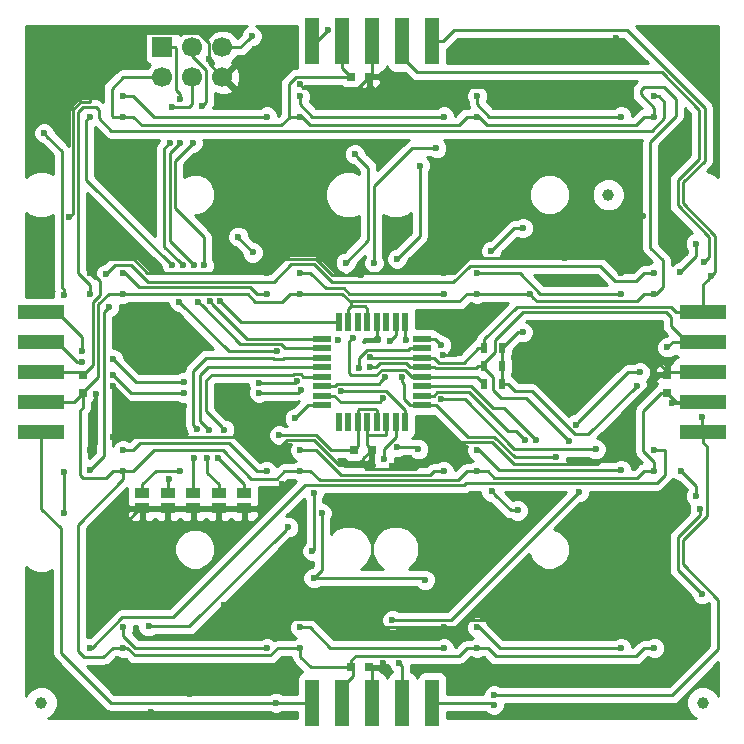
<source format=gbr>
G04 #@! TF.FileFunction,Copper,L2,Bot,Signal*
%FSLAX46Y46*%
G04 Gerber Fmt 4.6, Leading zero omitted, Abs format (unit mm)*
G04 Created by KiCad (PCBNEW 4.0.6) date Saturday 24 June 2017 19:05:41*
%MOMM*%
%LPD*%
G01*
G04 APERTURE LIST*
%ADD10C,0.100000*%
%ADD11R,0.800000X0.750000*%
%ADD12R,0.750000X0.800000*%
%ADD13C,1.000000*%
%ADD14R,1.700000X1.700000*%
%ADD15C,1.700000*%
%ADD16R,0.500000X0.900000*%
%ADD17R,0.550000X1.600000*%
%ADD18R,1.600000X0.550000*%
%ADD19R,1.270000X0.970000*%
%ADD20R,1.270000X4.000000*%
%ADD21R,4.000000X1.270000*%
%ADD22C,0.600000*%
%ADD23C,0.250000*%
%ADD24C,0.254000*%
G04 APERTURE END LIST*
D10*
D11*
X28461000Y23414000D03*
X29961000Y23414000D03*
D12*
X5500000Y28250000D03*
X5500000Y29750000D03*
D11*
X28250000Y55000000D03*
X29750000Y55000000D03*
D12*
X55000000Y28250000D03*
X55000000Y29750000D03*
D11*
X28250000Y5000000D03*
X29750000Y5000000D03*
D13*
X58000000Y2000000D03*
X2000000Y2000000D03*
X50000000Y45000000D03*
D14*
X12256500Y57488100D03*
D15*
X12256500Y54948100D03*
X14796500Y57488100D03*
X14796500Y54948100D03*
X17336500Y57488100D03*
X17336500Y54948100D03*
D16*
X41010000Y32050000D03*
X39510000Y32050000D03*
X41010000Y30526000D03*
X39510000Y30526000D03*
X41010000Y29002000D03*
X39510000Y29002000D03*
D17*
X32800000Y25750000D03*
X32000000Y25750000D03*
X31200000Y25750000D03*
X30400000Y25750000D03*
X29600000Y25750000D03*
X28800000Y25750000D03*
X28000000Y25750000D03*
X27200000Y25750000D03*
D18*
X25750000Y27200000D03*
X25750000Y28000000D03*
X25750000Y28800000D03*
X25750000Y29600000D03*
X25750000Y30400000D03*
X25750000Y31200000D03*
X25750000Y32000000D03*
X25750000Y32800000D03*
D17*
X27200000Y34250000D03*
X28000000Y34250000D03*
X28800000Y34250000D03*
X29600000Y34250000D03*
X30400000Y34250000D03*
X31200000Y34250000D03*
X32000000Y34250000D03*
X32800000Y34250000D03*
D18*
X34250000Y32800000D03*
X34250000Y32000000D03*
X34250000Y31200000D03*
X34250000Y30400000D03*
X34250000Y29600000D03*
X34250000Y28800000D03*
X34250000Y28000000D03*
X34250000Y27200000D03*
D19*
X10542000Y19736000D03*
X10542000Y18456000D03*
X12701000Y19736000D03*
X12701000Y18456000D03*
X14860000Y19736000D03*
X14860000Y18456000D03*
X17019000Y19736000D03*
X17019000Y18456000D03*
X19178000Y19736000D03*
X19178000Y18456000D03*
D20*
X35080000Y2000000D03*
X32540000Y2000000D03*
X30000000Y2000000D03*
X27460000Y2000000D03*
X24920000Y2000000D03*
D21*
X58000000Y35080000D03*
X58000000Y32540000D03*
X58000000Y30000000D03*
X58000000Y27460000D03*
X58000000Y24920000D03*
D20*
X35080000Y58000000D03*
X32540000Y58000000D03*
X30000000Y58000000D03*
X27460000Y58000000D03*
X24920000Y58000000D03*
D21*
X2000000Y35080000D03*
X2000000Y32540000D03*
X2000000Y30000000D03*
X2000000Y27460000D03*
X2000000Y24920000D03*
D22*
X38900000Y51625000D03*
X53900000Y51625000D03*
X53900000Y36625000D03*
X23900000Y51625000D03*
X55360300Y27376400D03*
X52426600Y28849600D03*
X22131590Y24664110D03*
X42761900Y33370800D03*
X43358800Y36583900D03*
X8900000Y6625000D03*
X23900000Y6625000D03*
X38900000Y6625000D03*
X53900000Y6625000D03*
X53900000Y21625000D03*
X38900000Y21625000D03*
X23900000Y21625000D03*
X8900000Y21625000D03*
X8900000Y36625000D03*
X23900000Y36625000D03*
X38900000Y36625000D03*
X8900000Y51625000D03*
X50674000Y58285490D03*
X52931890Y43200600D03*
X56427100Y41676600D03*
X46406800Y896900D03*
X51100000Y8375000D03*
X53810900Y31224500D03*
X19178000Y16581400D03*
X31725600Y22004300D03*
X16161499Y56516801D03*
X29833300Y53030400D03*
X45746400Y37777700D03*
X46317900Y39634610D03*
X50559700Y14130300D03*
X56681100Y58059600D03*
X47714900Y56738800D03*
X45708300Y54120000D03*
X11291300Y1189000D03*
X14606000Y2713000D03*
X14910800Y4960900D03*
X1906000Y40952700D03*
X10135600Y45131000D03*
X28868100Y8326400D03*
X30890080Y5364590D03*
X21100000Y8375000D03*
X17438100Y10256800D03*
X14872700Y12276100D03*
X22365700Y20493000D03*
X8103600Y24493501D03*
X6592300Y28125700D03*
X8085711Y28801930D03*
X6100000Y53375000D03*
X6100000Y38375000D03*
X4369800Y43124400D03*
X6046200Y43060900D03*
X29089343Y38212210D03*
X23889700Y54351200D03*
X6100000Y8375000D03*
X36100000Y8375000D03*
X51100000Y23375000D03*
X36100000Y23375000D03*
X21100000Y23375000D03*
X6100000Y23375000D03*
X21100000Y38375000D03*
X36100000Y38375000D03*
X51100000Y38375000D03*
X51100000Y53375000D03*
X36100000Y53375000D03*
X21100000Y53375000D03*
X14212300Y32926300D03*
X37580300Y31948400D03*
X35967400Y31415000D03*
X27140900Y32723100D03*
X29223700Y22105900D03*
X5500000Y29750000D03*
X14085300Y27122400D03*
X30468300Y32761200D03*
X13031200Y39073100D03*
X6100000Y51625000D03*
X13691600Y35910800D03*
X21972000Y31732500D03*
X27369500Y28392400D03*
X19800300Y58427900D03*
X28537900Y48433000D03*
X27763200Y39250900D03*
X28385500Y32903610D03*
X14919094Y39063110D03*
X13729700Y53119300D03*
X13767800Y49410900D03*
X16257000Y35974300D03*
X15781734Y39025010D03*
X15609300Y52509700D03*
X14821900Y49385500D03*
X17146000Y35999700D03*
X13963239Y39063110D03*
X13069300Y52395400D03*
X12866100Y49410900D03*
X15266400Y35948900D03*
X40321159Y2614019D03*
X47240026Y25547472D03*
X45606700Y22807110D03*
X34024300Y47467800D03*
X32538400Y29548100D03*
X32119300Y39581100D03*
X26239200Y58910500D03*
X57913000Y26169900D03*
X52693300Y29967200D03*
X21870400Y2000000D03*
X40323502Y1814010D03*
X5448268Y31768573D03*
X8085711Y31069254D03*
X23670633Y29194359D03*
X57941110Y11185431D03*
X29843290Y31235695D03*
X57732490Y18435600D03*
X20394674Y29051679D03*
X14098000Y29179800D03*
X58715810Y38120600D03*
X46659784Y24192474D03*
X32297100Y5364590D03*
X31730135Y9000010D03*
X8085711Y29744749D03*
X5448268Y30874409D03*
X23953200Y28445910D03*
X29843290Y30386300D03*
X20435300Y28252700D03*
X14098000Y28201900D03*
X58090800Y39301700D03*
X55004700Y32075400D03*
X47486300Y19807200D03*
X13717000Y21636000D03*
X42990500Y24201400D03*
X12788908Y20955161D03*
X43879500Y24239500D03*
X15162931Y25182010D03*
X14900708Y22725490D03*
X16186641Y25118510D03*
X16066500Y22725490D03*
X17488281Y25118510D03*
X16941043Y22725490D03*
X30977410Y22591244D03*
X22911800Y16835400D03*
X2213510Y50219901D03*
X11073926Y8457630D03*
X3935290Y18080000D03*
X3926074Y36542370D03*
X3926074Y21542370D03*
X30163500Y39238200D03*
X31502128Y32601103D03*
X35450000Y48949296D03*
X24937376Y14835669D03*
X25059805Y19738194D03*
X23457631Y26073926D03*
X19883705Y40116296D03*
X18670000Y41448000D03*
X40100271Y40259620D03*
X40116295Y19880690D03*
X30962602Y27753500D03*
X42800000Y42184600D03*
X42330100Y18270500D03*
X33926074Y23457631D03*
X32081200Y23629900D03*
X57392300Y40863800D03*
X31087890Y29541733D03*
X56149432Y21617876D03*
X35833958Y27667159D03*
X48926074Y23457631D03*
X56073926Y38457630D03*
X57405000Y19477000D03*
X32912785Y32673813D03*
X35853100Y32265900D03*
X28922637Y30360148D03*
X34494200Y12365000D03*
X25728523Y18068971D03*
X25045400Y12542800D03*
X21100000Y51625000D03*
X8900000Y53375000D03*
X36100000Y51625000D03*
X23900000Y53375000D03*
X51100000Y51625000D03*
X38900000Y53375000D03*
X6100000Y36625000D03*
X53900000Y53375000D03*
X8900000Y38375000D03*
X21100000Y36625000D03*
X23900000Y38375000D03*
X36100000Y36625000D03*
X38913800Y38374600D03*
X51102572Y36637733D03*
X6100000Y21664110D03*
X7760700Y35517100D03*
X7455900Y38260300D03*
X53900000Y38375000D03*
X21100000Y21625000D03*
X8900000Y23375000D03*
X36100000Y21625000D03*
X23900000Y23375000D03*
X51100000Y21682321D03*
X38900000Y23375000D03*
X6100000Y6625000D03*
X53900000Y23375000D03*
X8900000Y8375000D03*
X21100000Y6625000D03*
X23900000Y8375000D03*
X36100000Y6625000D03*
X38900000Y8375000D03*
X51100000Y6625000D03*
D23*
X53900000Y36625000D02*
X54050000Y36625000D01*
X54598300Y37173300D02*
X54598300Y39454100D01*
X54598300Y39454100D02*
X53556900Y40495500D01*
X54050000Y36625000D02*
X54598300Y37173300D01*
X53556900Y40495500D02*
X53556900Y49499800D01*
X55741300Y53119300D02*
X54712600Y54148000D01*
X54712600Y54148000D02*
X53061600Y54148000D01*
X53556900Y49499800D02*
X55741300Y51684200D01*
X55741300Y51684200D02*
X55741300Y53119300D01*
X53061600Y54148000D02*
X52744100Y53830500D01*
X53900000Y52350000D02*
X53900000Y51625000D01*
X52744100Y53830500D02*
X52744100Y53505900D01*
X52744100Y53505900D02*
X53900000Y52350000D01*
X23025000Y51625000D02*
X23900000Y51625000D01*
X24050000Y51625000D02*
X24752800Y50922200D01*
X23900000Y51625000D02*
X24050000Y51625000D01*
X38025000Y51625000D02*
X38900000Y51625000D01*
X37322200Y50922200D02*
X38025000Y51625000D01*
X24752800Y50922200D02*
X37322200Y50922200D01*
X39050000Y51625000D02*
X39752800Y50922200D01*
X38900000Y51625000D02*
X39050000Y51625000D01*
X53025000Y51625000D02*
X53900000Y51625000D01*
X52322200Y50922200D02*
X53025000Y51625000D01*
X39752800Y50922200D02*
X52322200Y50922200D01*
X53025000Y36625000D02*
X52391801Y35991801D01*
X53900000Y36625000D02*
X53025000Y36625000D01*
X52391801Y35991801D02*
X43950899Y35991801D01*
X43950899Y35991801D02*
X43658799Y36283901D01*
X43658799Y36283901D02*
X43358800Y36583900D01*
X55360300Y27376400D02*
X57916400Y27376400D01*
X57916400Y27376400D02*
X58000000Y27460000D01*
X47156100Y24747500D02*
X48324500Y24747500D01*
X48324500Y24747500D02*
X52426600Y28849600D01*
X43536600Y28367000D02*
X47156100Y24747500D01*
X42145000Y28367000D02*
X43536600Y28367000D01*
X41010000Y29002000D02*
X41510000Y29002000D01*
X41510000Y29002000D02*
X42145000Y28367000D01*
X55000000Y28250000D02*
X54494000Y28250000D01*
X54494000Y28250000D02*
X52972700Y26728700D01*
X52972700Y26728700D02*
X52972700Y23277300D01*
X52972700Y23277300D02*
X53900000Y22350000D01*
X53900000Y22350000D02*
X53900000Y21625000D01*
X28255200Y35555200D02*
X28255200Y35822378D01*
X28255200Y35822378D02*
X28103278Y35974300D01*
X23900000Y36625000D02*
X27452578Y36625000D01*
X27452578Y36625000D02*
X28103278Y35974300D01*
X28103278Y35974300D02*
X37374300Y35974300D01*
X37374300Y35974300D02*
X38025000Y36625000D01*
X38025000Y36625000D02*
X38900000Y36625000D01*
X28000000Y34250000D02*
X28000000Y35300000D01*
X28000000Y35300000D02*
X28255200Y35555200D01*
X28255200Y35555200D02*
X29388800Y35555200D01*
X29388800Y35555200D02*
X29600000Y35344000D01*
X29600000Y35344000D02*
X29600000Y34250000D01*
X22099000Y24696700D02*
X22131590Y24664110D01*
X28461000Y23414000D02*
X26532710Y23414000D01*
X25282600Y24664110D02*
X22131590Y24664110D01*
X26532710Y23414000D02*
X25282600Y24664110D01*
X42761900Y33370800D02*
X42330800Y33370800D01*
X42330800Y33370800D02*
X41010000Y32050000D01*
X38900000Y36625000D02*
X43317700Y36625000D01*
X43317700Y36625000D02*
X43358800Y36583900D01*
X28614600Y5989600D02*
X37389600Y5989600D01*
X37389600Y5989600D02*
X38025000Y6625000D01*
X38025000Y6625000D02*
X38900000Y6625000D01*
X28250000Y5000000D02*
X28250000Y5625000D01*
X28250000Y5625000D02*
X28614600Y5989600D01*
X40473900Y5926100D02*
X52326100Y5926100D01*
X52326100Y5926100D02*
X53025000Y6625000D01*
X53025000Y6625000D02*
X53900000Y6625000D01*
X39775000Y6625000D02*
X40473900Y5926100D01*
X38900000Y6625000D02*
X39775000Y6625000D01*
X23900000Y6625000D02*
X23900000Y5900000D01*
X23900000Y5900000D02*
X24800000Y5000000D01*
X24800000Y5000000D02*
X27600000Y5000000D01*
X27600000Y5000000D02*
X28250000Y5000000D01*
X8900000Y6625000D02*
X9288590Y6625000D01*
X9288590Y6625000D02*
X9913591Y5999999D01*
X9913591Y5999999D02*
X21400001Y5999999D01*
X21400001Y5999999D02*
X22025002Y6625000D01*
X22025002Y6625000D02*
X23900000Y6625000D01*
X5601700Y5849900D02*
X7249900Y5849900D01*
X7249900Y5849900D02*
X8025000Y6625000D01*
X8025000Y6625000D02*
X8900000Y6625000D01*
X5068300Y6383300D02*
X5601700Y5849900D01*
X5068300Y17068300D02*
X5068300Y6383300D01*
X8900000Y21625000D02*
X8900000Y20900000D01*
X8900000Y20900000D02*
X5068300Y17068300D01*
X23025000Y21625000D02*
X23900000Y21625000D01*
X22572698Y21625000D02*
X23025000Y21625000D01*
X21925999Y20978301D02*
X22572698Y21625000D01*
X19784899Y20978301D02*
X21925999Y20978301D01*
X17412700Y23350500D02*
X19784899Y20978301D01*
X11500500Y23350500D02*
X17412700Y23350500D01*
X9775000Y21625000D02*
X11500500Y23350500D01*
X8900000Y21625000D02*
X9775000Y21625000D01*
X38025000Y21625000D02*
X38900000Y21625000D01*
X37241411Y20841411D02*
X38025000Y21625000D01*
X24775000Y21625000D02*
X25558589Y20841411D01*
X23900000Y21625000D02*
X24775000Y21625000D01*
X25558589Y20841411D02*
X37241411Y20841411D01*
X52457311Y21057311D02*
X53025000Y21625000D01*
X40342689Y21057311D02*
X52457311Y21057311D01*
X39775000Y21625000D02*
X40342689Y21057311D01*
X38900000Y21625000D02*
X39775000Y21625000D01*
X53025000Y21625000D02*
X53900000Y21625000D01*
X5563600Y21039100D02*
X7439100Y21039100D01*
X7439100Y21039100D02*
X8025000Y21625000D01*
X8025000Y21625000D02*
X8900000Y21625000D01*
X5296900Y21305800D02*
X5563600Y21039100D01*
X5296900Y26754100D02*
X5296900Y21305800D01*
X5500000Y26957200D02*
X5296900Y26754100D01*
X5500000Y28250000D02*
X5500000Y26957200D01*
X8900000Y36625000D02*
X7687500Y36625000D01*
X7687500Y36625000D02*
X6833600Y35771100D01*
X6833600Y35771100D02*
X6833600Y29608600D01*
X6833600Y29608600D02*
X5500000Y28275000D01*
X5500000Y28275000D02*
X5500000Y28250000D01*
X20117800Y35961600D02*
X22361600Y35961600D01*
X22361600Y35961600D02*
X23025000Y36625000D01*
X23025000Y36625000D02*
X23900000Y36625000D01*
X19454400Y36625000D02*
X20117800Y35961600D01*
X8900000Y36625000D02*
X19454400Y36625000D01*
X10515900Y50884100D02*
X22284100Y50884100D01*
X22284100Y50884100D02*
X23025000Y51625000D01*
X8900000Y51625000D02*
X9775000Y51625000D01*
X9775000Y51625000D02*
X10515900Y50884100D01*
X22949900Y54351200D02*
X23598700Y55000000D01*
X23598700Y55000000D02*
X28250000Y55000000D01*
X22949900Y51700100D02*
X22949900Y54351200D01*
X23025000Y51625000D02*
X22949900Y51700100D01*
X7963900Y53970200D02*
X8941800Y54948100D01*
X8941800Y54948100D02*
X12256500Y54948100D01*
X7963900Y51686100D02*
X7963900Y53970200D01*
X8900000Y51625000D02*
X8025000Y51625000D01*
X8025000Y51625000D02*
X7963900Y51686100D01*
X41010000Y32050000D02*
X41010000Y32250000D01*
X41010000Y30526000D02*
X41010000Y32050000D01*
X41010000Y29002000D02*
X41010000Y30526000D01*
X28800000Y25750000D02*
X28800000Y26800000D01*
X30400000Y26748296D02*
X30400000Y25750000D01*
X28800000Y26800000D02*
X28875001Y26875001D01*
X28875001Y26875001D02*
X30273295Y26875001D01*
X30273295Y26875001D02*
X30400000Y26748296D01*
X28250000Y5000000D02*
X28275000Y5000000D01*
X2000000Y27460000D02*
X3365000Y27460000D01*
X28800000Y25750000D02*
X28800000Y23753000D01*
X28800000Y23753000D02*
X28461000Y23414000D01*
X28345000Y4250000D02*
X28345000Y4905000D01*
X28345000Y4905000D02*
X28250000Y5000000D01*
X27460000Y3365000D02*
X28345000Y4250000D01*
X27460000Y2000000D02*
X27460000Y3365000D01*
X27460000Y58000000D02*
X27460000Y55750000D01*
X27460000Y55750000D02*
X28210000Y55000000D01*
X28210000Y55000000D02*
X28250000Y55000000D01*
X58000000Y27460000D02*
X55750000Y27460000D01*
X55750000Y27460000D02*
X55000000Y28210000D01*
X55000000Y28210000D02*
X55000000Y28250000D01*
X2000000Y27460000D02*
X4735000Y27460000D01*
X4735000Y27460000D02*
X5500000Y28225000D01*
X5500000Y28225000D02*
X5500000Y28250000D01*
X50374001Y57985491D02*
X50674000Y58285490D01*
X49127310Y56738800D02*
X50374001Y57985491D01*
X47714900Y56738800D02*
X49127310Y56738800D01*
X51100000Y41368710D02*
X52631891Y42900601D01*
X51100000Y38375000D02*
X51100000Y41368710D01*
X52631891Y42900601D02*
X52931890Y43200600D01*
X55000000Y29750000D02*
X55000000Y30035400D01*
X55000000Y30035400D02*
X53810900Y31224500D01*
X31598600Y21805901D02*
X33655901Y21805901D01*
X29523699Y21805901D02*
X31598600Y21805901D01*
X31598600Y21805901D02*
X31598600Y21877300D01*
X31598600Y21877300D02*
X31725600Y22004300D01*
X16161499Y56516801D02*
X16168100Y56510200D01*
X16168100Y56510200D02*
X16168100Y56116500D01*
X16168100Y56116500D02*
X17336500Y54948100D01*
X6100000Y53375000D02*
X6100000Y54100000D01*
X6100000Y54100000D02*
X10663101Y58663101D01*
X10663101Y58663101D02*
X15360501Y58663101D01*
X15360501Y58663101D02*
X16161499Y57862103D01*
X16161499Y57862103D02*
X16161499Y56516801D01*
X29750000Y55000000D02*
X29750000Y53113700D01*
X29750000Y53113700D02*
X29833300Y53030400D01*
X38234610Y39634610D02*
X45893636Y39634610D01*
X36975000Y38375000D02*
X38234610Y39634610D01*
X36100000Y38375000D02*
X36975000Y38375000D01*
X45893636Y39634610D02*
X46317900Y39634610D01*
X46742164Y39634610D02*
X46317900Y39634610D01*
X49690390Y39634610D02*
X46742164Y39634610D01*
X51100000Y38375000D02*
X50950000Y38375000D01*
X50950000Y38375000D02*
X49690390Y39634610D01*
X51100000Y8375000D02*
X51100000Y13590000D01*
X51100000Y13590000D02*
X50559700Y14130300D01*
X45708300Y54120000D02*
X49480000Y54120000D01*
X37720000Y54120000D02*
X45708300Y54120000D01*
X14910800Y4960900D02*
X14910800Y3017800D01*
X14910800Y3017800D02*
X14606000Y2713000D01*
X21975000Y9100000D02*
X28094500Y9100000D01*
X21100000Y8375000D02*
X21250000Y8375000D01*
X28568101Y8626399D02*
X28868100Y8326400D01*
X28094500Y9100000D02*
X28568101Y8626399D01*
X28916700Y8375000D02*
X28868100Y8326400D01*
X36100000Y8375000D02*
X28916700Y8375000D01*
X21250000Y8375000D02*
X21975000Y9100000D01*
X30590081Y5064591D02*
X30890080Y5364590D01*
X30525490Y5000000D02*
X30590081Y5064591D01*
X29750000Y5000000D02*
X30525490Y5000000D01*
X17438100Y10256800D02*
X19218200Y10256800D01*
X19218200Y10256800D02*
X21100000Y8375000D01*
X19178000Y18456000D02*
X19178000Y16581400D01*
X19178000Y16581400D02*
X14872700Y12276100D01*
X38240700Y9037600D02*
X49562400Y9037600D01*
X49562400Y9037600D02*
X50225000Y8375000D01*
X50225000Y8375000D02*
X51100000Y8375000D01*
X37578100Y8375000D02*
X38240700Y9037600D01*
X36100000Y8375000D02*
X37578100Y8375000D01*
X29725000Y5000000D02*
X29750000Y5000000D01*
X22365700Y20493000D02*
X20328700Y18456000D01*
X20328700Y18456000D02*
X19178000Y18456000D01*
X6100000Y8375000D02*
X6100000Y14164000D01*
X6100000Y14164000D02*
X10392000Y18456000D01*
X10392000Y18456000D02*
X10542000Y18456000D01*
X51100000Y23375000D02*
X51100000Y26475000D01*
X51100000Y26475000D02*
X54375000Y29750000D01*
X54375000Y29750000D02*
X55000000Y29750000D01*
X42050700Y22182100D02*
X49032100Y22182100D01*
X49032100Y22182100D02*
X50225000Y23375000D01*
X50225000Y23375000D02*
X51100000Y23375000D01*
X40171100Y24061700D02*
X42050700Y22182100D01*
X37661700Y24061700D02*
X40171100Y24061700D01*
X36100000Y23375000D02*
X36975000Y23375000D01*
X36975000Y23375000D02*
X37661700Y24061700D01*
X29223700Y22105900D02*
X29523699Y21805901D01*
X33655901Y21805901D02*
X35225000Y23375000D01*
X35225000Y23375000D02*
X36100000Y23375000D01*
X25096200Y24214100D02*
X27204400Y22105900D01*
X27204400Y22105900D02*
X29223700Y22105900D01*
X22814100Y24214100D02*
X25096200Y24214100D01*
X21100000Y23375000D02*
X21975000Y23375000D01*
X21975000Y23375000D02*
X22814100Y24214100D01*
X8527864Y24493501D02*
X8103600Y24493501D01*
X19106499Y24493501D02*
X8527864Y24493501D01*
X21100000Y23375000D02*
X20225000Y23375000D01*
X20225000Y23375000D02*
X19106499Y24493501D01*
X6592300Y28125700D02*
X6592300Y23867300D01*
X6592300Y23867300D02*
X6100000Y23375000D01*
X6250000Y38375000D02*
X6947900Y37677100D01*
X6947900Y37677100D02*
X6947900Y36521810D01*
X6947900Y36521810D02*
X6376400Y35950310D01*
X6376400Y35950310D02*
X6376400Y30626400D01*
X6376400Y30626400D02*
X5500000Y29750000D01*
X8385710Y28501931D02*
X8085711Y28801930D01*
X9765241Y27122400D02*
X8385710Y28501931D01*
X14085300Y27122400D02*
X9765241Y27122400D01*
X20225000Y38375000D02*
X21100000Y38375000D01*
X6250000Y38375000D02*
X7398111Y39523111D01*
X9814000Y39523111D02*
X10962110Y38375000D01*
X7398111Y39523111D02*
X9814000Y39523111D01*
X10962110Y38375000D02*
X20225000Y38375000D01*
X6100000Y38375000D02*
X6250000Y38375000D01*
X4656390Y43410990D02*
X4369800Y43124400D01*
X4656390Y52188100D02*
X4656390Y43410990D01*
X5313699Y52845409D02*
X4656390Y52188100D01*
X6100000Y52845410D02*
X5313699Y52845409D01*
X6100000Y53375000D02*
X6100000Y52845410D01*
X6046200Y38428800D02*
X6100000Y38375000D01*
X6046200Y43060900D02*
X6046200Y38428800D01*
X25257200Y39561211D02*
X26606200Y38212210D01*
X28665079Y38212210D02*
X29089343Y38212210D01*
X26606200Y38212210D02*
X28665079Y38212210D01*
X22436211Y39561211D02*
X25257200Y39561211D01*
X21250000Y38375000D02*
X22436211Y39561211D01*
X21100000Y38375000D02*
X21250000Y38375000D01*
X29252133Y38375000D02*
X29089343Y38212210D01*
X36100000Y38375000D02*
X29252133Y38375000D01*
X49480000Y54120000D02*
X50225000Y53375000D01*
X50225000Y53375000D02*
X51100000Y53375000D01*
X36100000Y53375000D02*
X36975000Y53375000D01*
X36975000Y53375000D02*
X37720000Y54120000D01*
X36100000Y53375000D02*
X30750000Y53375000D01*
X30750000Y53375000D02*
X29750000Y54375000D01*
X29750000Y54375000D02*
X29750000Y55000000D01*
X23889700Y54351200D02*
X24189699Y54051201D01*
X24189699Y54051201D02*
X28776201Y54051201D01*
X29725000Y55000000D02*
X29750000Y55000000D01*
X28776201Y54051201D02*
X29725000Y55000000D01*
X21100000Y53375000D02*
X18909600Y53375000D01*
X18909600Y53375000D02*
X17336500Y54948100D01*
X35967400Y31415000D02*
X37046900Y31415000D01*
X37046900Y31415000D02*
X37580300Y31948400D01*
X29223700Y22105900D02*
X29223700Y22676700D01*
X29223700Y22676700D02*
X29961000Y23414000D01*
X55000000Y29750000D02*
X54904400Y29750000D01*
X30400000Y34250000D02*
X30400000Y32829500D01*
X30400000Y32829500D02*
X30468300Y32761200D01*
X29750000Y55000000D02*
X29775000Y55000000D01*
X55000000Y29725000D02*
X55000000Y29750000D01*
X17019000Y18456000D02*
X19178000Y18456000D01*
X14860000Y18456000D02*
X17019000Y18456000D01*
X12701000Y18456000D02*
X14860000Y18456000D01*
X10542000Y18456000D02*
X12701000Y18456000D01*
X29600000Y25750000D02*
X29600000Y23775000D01*
X29600000Y23775000D02*
X29961000Y23414000D01*
X29600000Y25750000D02*
X29600000Y24700000D01*
X29600000Y24700000D02*
X29675001Y24624999D01*
X29675001Y24624999D02*
X31124999Y24624999D01*
X31124999Y24624999D02*
X31200000Y24700000D01*
X31200000Y24700000D02*
X31200000Y25750000D01*
X30000000Y58000000D02*
X30000000Y55250000D01*
X30000000Y55250000D02*
X29750000Y55000000D01*
X58000000Y30000000D02*
X55250000Y30000000D01*
X55250000Y30000000D02*
X55000000Y29750000D01*
X30000000Y2000000D02*
X30000000Y4750000D01*
X30000000Y4750000D02*
X29750000Y5000000D01*
X2000000Y30000000D02*
X5250000Y30000000D01*
X5250000Y30000000D02*
X5500000Y29750000D01*
X13031200Y39073100D02*
X5817600Y46286700D01*
X5817600Y51342600D02*
X6100000Y51625000D01*
X5817600Y46286700D02*
X5817600Y51342600D01*
X21547736Y31732500D02*
X17869900Y31732500D01*
X17869900Y31732500D02*
X13691600Y35910800D01*
X21972000Y31732500D02*
X21547736Y31732500D01*
X31207600Y28392400D02*
X27369500Y28392400D01*
X32800000Y25750000D02*
X32800000Y26800000D01*
X32800000Y26800000D02*
X31207600Y28392400D01*
X19500301Y58127901D02*
X19800300Y58427900D01*
X17336500Y57488100D02*
X18860500Y57488100D01*
X18860500Y57488100D02*
X19500301Y58127901D01*
X28837899Y48133001D02*
X28537900Y48433000D01*
X29675001Y41162701D02*
X29675001Y47295899D01*
X27763200Y39250900D02*
X29675001Y41162701D01*
X29675001Y47295899D02*
X28837899Y48133001D01*
X28085501Y32603611D02*
X28385500Y32903610D01*
X33373402Y29600000D02*
X32774901Y30198501D01*
X32774901Y30198501D02*
X30828699Y30198501D01*
X30365344Y29735146D02*
X28241447Y29735146D01*
X28085501Y29891092D02*
X28085501Y32603611D01*
X28241447Y29735146D02*
X28085501Y29891092D01*
X30828699Y30198501D02*
X30365344Y29735146D01*
X34250000Y29600000D02*
X33373402Y29600000D01*
X34250000Y29600000D02*
X38912000Y29600000D01*
X38912000Y29600000D02*
X39510000Y29002000D01*
X12873289Y41108915D02*
X14619095Y39363109D01*
X13767800Y49410900D02*
X12873289Y48516389D01*
X12873289Y48516389D02*
X12873289Y41108915D01*
X14619095Y39363109D02*
X14919094Y39063110D01*
X22458401Y32807512D02*
X19423788Y32807512D01*
X22465913Y32800000D02*
X22458401Y32807512D01*
X25750000Y32800000D02*
X22465913Y32800000D01*
X19423788Y32807512D02*
X16556999Y35674301D01*
X16556999Y35674301D02*
X16257000Y35974300D01*
X13729700Y53119300D02*
X13729700Y53543564D01*
X13431501Y53841763D02*
X13431501Y57413099D01*
X13729700Y53543564D02*
X13431501Y53841763D01*
X13431501Y57413099D02*
X13356500Y57488100D01*
X13356500Y57488100D02*
X12256500Y57488100D01*
X15781734Y39449274D02*
X15781734Y39025010D01*
X14821900Y49385500D02*
X13323300Y47886900D01*
X13323300Y47886900D02*
X13323300Y43848300D01*
X15781734Y41389866D02*
X15781734Y39449274D01*
X13323300Y43848300D02*
X15781734Y41389866D01*
X14796500Y56713400D02*
X14796500Y57488100D01*
X15971501Y55538399D02*
X14796500Y56713400D01*
X15971501Y52871901D02*
X15971501Y55538399D01*
X15609300Y52509700D02*
X15971501Y52871901D01*
X27200000Y34250000D02*
X18895700Y34250000D01*
X18895700Y34250000D02*
X17146000Y35999700D01*
X13663240Y39363109D02*
X13963239Y39063110D01*
X12423278Y40603071D02*
X13663240Y39363109D01*
X12866100Y49410900D02*
X12423278Y48968078D01*
X12423278Y48968078D02*
X12423278Y40603071D01*
X18857799Y32357501D02*
X15566399Y35648901D01*
X22629502Y32000000D02*
X22272001Y32357501D01*
X25750000Y32000000D02*
X22629502Y32000000D01*
X15566399Y35648901D02*
X15266400Y35948900D01*
X22272001Y32357501D02*
X18857799Y32357501D01*
X14796500Y54948100D02*
X14796500Y54554400D01*
X14796500Y54554400D02*
X14783800Y54541700D01*
X14783800Y54541700D02*
X14783800Y52662100D01*
X14783800Y52662100D02*
X14517100Y52395400D01*
X14517100Y52395400D02*
X13069300Y52395400D01*
X59325402Y6513002D02*
X55426419Y2614019D01*
X56324999Y15804001D02*
X56324999Y13701146D01*
X58357500Y17836502D02*
X56324999Y15804001D01*
X56324999Y13701146D02*
X59325402Y10700743D01*
X58000000Y24920000D02*
X58000000Y24035000D01*
X58000000Y24035000D02*
X58357500Y23677500D01*
X40745423Y2614019D02*
X40321159Y2614019D01*
X58357500Y23677500D02*
X58357500Y17836502D01*
X55426419Y2614019D02*
X40745423Y2614019D01*
X59325402Y10700743D02*
X59325402Y6513002D01*
X51659754Y29967200D02*
X47540025Y25847471D01*
X52693300Y29967200D02*
X51659754Y29967200D01*
X47540025Y25847471D02*
X47240026Y25547472D01*
X45182436Y22807110D02*
X45606700Y22807110D01*
X40357500Y24511711D02*
X42062101Y22807110D01*
X38084200Y24511711D02*
X40357500Y24511711D01*
X35395911Y27200000D02*
X38084200Y24511711D01*
X34250000Y27200000D02*
X35395911Y27200000D01*
X42062101Y22807110D02*
X45182436Y22807110D01*
X34024300Y47043536D02*
X34024300Y47467800D01*
X34024300Y41486100D02*
X34024300Y47043536D01*
X32119300Y39581100D02*
X34024300Y41486100D01*
X33200000Y27200000D02*
X32690800Y27709200D01*
X32690800Y27709200D02*
X32690800Y28971436D01*
X32690800Y28971436D02*
X32538400Y29123836D01*
X34250000Y27200000D02*
X33200000Y27200000D01*
X32538400Y29123836D02*
X32538400Y29548100D01*
X21870400Y2000000D02*
X7876800Y2000000D01*
X7876800Y2000000D02*
X3675001Y6201799D01*
X3675001Y6201799D02*
X3675001Y16755499D01*
X3675001Y16755499D02*
X2000000Y18430500D01*
X2000000Y18430500D02*
X2000000Y24920000D01*
X24920000Y58000000D02*
X25328700Y58000000D01*
X25328700Y58000000D02*
X26239200Y58910500D01*
X57913000Y26169900D02*
X57913000Y25007000D01*
X57913000Y25007000D02*
X58000000Y24920000D01*
X24920000Y2000000D02*
X21870400Y2000000D01*
X58715810Y38120600D02*
X59064212Y38469002D01*
X58159811Y52380011D02*
X51565822Y58974000D01*
X59064212Y38469002D02*
X59064212Y41540701D01*
X35965000Y58000000D02*
X35080000Y58000000D01*
X59064212Y41540701D02*
X56324999Y44279914D01*
X58159811Y47878300D02*
X58159811Y52380011D01*
X56324999Y44279914D02*
X56324999Y46043489D01*
X56324999Y46043489D02*
X58159811Y47878300D01*
X51565822Y58974000D02*
X36939000Y58974000D01*
X36939000Y58974000D02*
X35965000Y58000000D01*
X40137512Y2000000D02*
X40323502Y1814010D01*
X35080000Y2000000D02*
X40137512Y2000000D01*
X39510000Y32050000D02*
X39510000Y32750000D01*
X39510000Y32750000D02*
X42258889Y35498889D01*
X42258889Y35498889D02*
X55331111Y35498889D01*
X55331111Y35498889D02*
X55750000Y35080000D01*
X55750000Y35080000D02*
X58000000Y35080000D01*
X14098000Y29179800D02*
X9975165Y29179800D01*
X2000000Y35080000D02*
X3365000Y35080000D01*
X5448268Y32996732D02*
X5448268Y32192837D01*
X5448268Y32192837D02*
X5448268Y31768573D01*
X3365000Y35080000D02*
X5448268Y32996732D01*
X9975165Y29179800D02*
X8385710Y30769255D01*
X8385710Y30769255D02*
X8085711Y31069254D01*
X20394674Y29051679D02*
X23527953Y29051679D01*
X23527953Y29051679D02*
X23670633Y29194359D01*
X55874988Y15990401D02*
X55874988Y13251553D01*
X57641111Y11485430D02*
X57941110Y11185431D01*
X57732490Y18435600D02*
X57732490Y17847902D01*
X57732490Y17847902D02*
X55874988Y15990401D01*
X55874988Y13251553D02*
X57641111Y11485430D01*
X39010000Y32050000D02*
X39510000Y32050000D01*
X37749999Y30789999D02*
X39010000Y32050000D01*
X35257398Y31200000D02*
X35667399Y30789999D01*
X35667399Y30789999D02*
X37749999Y30789999D01*
X34250000Y31200000D02*
X35257398Y31200000D01*
X29878985Y31200000D02*
X29843290Y31235695D01*
X34250000Y31200000D02*
X29878985Y31200000D01*
X58000000Y37404790D02*
X58415811Y37820601D01*
X58000000Y35080000D02*
X58000000Y37404790D01*
X58415811Y37820601D02*
X58715810Y38120600D01*
X35080000Y2000000D02*
X35080000Y3470000D01*
X57709800Y48064700D02*
X57709800Y52193611D01*
X58090800Y39301700D02*
X58563402Y39774302D01*
X57709800Y52193611D02*
X54536211Y55367200D01*
X58563402Y39774302D02*
X58563402Y41405100D01*
X58563402Y41405100D02*
X55874988Y44093514D01*
X55874988Y44093514D02*
X55874988Y46229888D01*
X55874988Y46229888D02*
X57709800Y48064700D01*
X54536211Y55367200D02*
X33807800Y55367200D01*
X32540000Y56635000D02*
X32540000Y58000000D01*
X33807800Y55367200D02*
X32540000Y56635000D01*
X40906098Y27820900D02*
X43031358Y27820900D01*
X40260000Y29576000D02*
X40260000Y28466998D01*
X43031358Y27820900D02*
X46359785Y24492473D01*
X40260000Y28466998D02*
X40906098Y27820900D01*
X39510000Y30326000D02*
X40260000Y29576000D01*
X39510000Y30526000D02*
X39510000Y30326000D01*
X46359785Y24492473D02*
X46659784Y24192474D01*
X39510000Y30526000D02*
X39510000Y30726000D01*
X39510000Y30726000D02*
X40434999Y31650999D01*
X40434999Y31650999D02*
X40434999Y32692077D01*
X40434999Y32692077D02*
X42791800Y35048878D01*
X42791800Y35048878D02*
X54888722Y35048878D01*
X56635000Y32540000D02*
X58000000Y32540000D01*
X54888722Y35048878D02*
X55271400Y34666200D01*
X55271400Y34666200D02*
X55271400Y33903600D01*
X55271400Y33903600D02*
X56635000Y32540000D01*
X32540000Y5121690D02*
X32297100Y5364590D01*
X32540000Y2000000D02*
X32540000Y5121690D01*
X32154399Y9000010D02*
X31730135Y9000010D01*
X36679110Y9000010D02*
X32154399Y9000010D01*
X47486300Y19807200D02*
X36679110Y9000010D01*
X2000000Y32540000D02*
X3365000Y32540000D01*
X3365000Y32540000D02*
X5030591Y30874409D01*
X5030591Y30874409D02*
X5448268Y30874409D01*
X14098000Y28201900D02*
X9628560Y28201900D01*
X9628560Y28201900D02*
X8385710Y29444750D01*
X8385710Y29444750D02*
X8085711Y29744749D01*
X23759990Y28252700D02*
X23953200Y28445910D01*
X20435300Y28252700D02*
X23759990Y28252700D01*
X34250000Y30400000D02*
X35300000Y30400000D01*
X38823988Y30339988D02*
X39010000Y30526000D01*
X35300000Y30400000D02*
X35360012Y30339988D01*
X35360012Y30339988D02*
X38823988Y30339988D01*
X39010000Y30526000D02*
X39510000Y30526000D01*
X30346466Y30386300D02*
X30267554Y30386300D01*
X30697578Y30737412D02*
X30346466Y30386300D01*
X34250000Y30400000D02*
X33209813Y30400000D01*
X30267554Y30386300D02*
X29843290Y30386300D01*
X33209813Y30400000D02*
X32872401Y30737412D01*
X32872401Y30737412D02*
X30697578Y30737412D01*
X58000000Y32540000D02*
X55469300Y32540000D01*
X55469300Y32540000D02*
X55004700Y32075400D01*
X13292736Y21636000D02*
X13717000Y21636000D01*
X11707000Y21636000D02*
X13292736Y21636000D01*
X10542000Y19736000D02*
X10542000Y20471000D01*
X10542000Y20471000D02*
X11707000Y21636000D01*
X42690501Y24501399D02*
X42990500Y24201400D01*
X35533957Y28292160D02*
X38222407Y28292160D01*
X34250000Y28000000D02*
X35241797Y28000000D01*
X35241797Y28000000D02*
X35533957Y28292160D01*
X42166678Y25025222D02*
X42690501Y24501399D01*
X38222407Y28292160D02*
X41489345Y25025222D01*
X41489345Y25025222D02*
X42166678Y25025222D01*
X12701000Y20867253D02*
X12788908Y20955161D01*
X12701000Y19736000D02*
X12701000Y20867253D01*
X41198122Y26920878D02*
X43579501Y24539499D01*
X40230100Y26920878D02*
X41198122Y26920878D01*
X38350978Y28800000D02*
X40230100Y26920878D01*
X43579501Y24539499D02*
X43879500Y24239500D01*
X34250000Y28800000D02*
X38350978Y28800000D01*
X25750000Y31200000D02*
X22567702Y31200000D01*
X22462501Y31094799D02*
X21715278Y31094799D01*
X21715278Y31094799D02*
X21610077Y31200000D01*
X14862932Y25482009D02*
X15162931Y25182010D01*
X14862932Y30109832D02*
X14862932Y25482009D01*
X22567702Y31200000D02*
X22462501Y31094799D01*
X15953100Y31200000D02*
X14862932Y30109832D01*
X21610077Y31200000D02*
X15953100Y31200000D01*
X14860000Y19736000D02*
X14860000Y22684782D01*
X14860000Y22684782D02*
X14900708Y22725490D01*
X15456900Y29764000D02*
X15456900Y25848251D01*
X16092900Y30400000D02*
X15456900Y29764000D01*
X25750000Y30400000D02*
X16092900Y30400000D01*
X15886642Y25418509D02*
X16186641Y25118510D01*
X15456900Y25848251D02*
X15886642Y25418509D01*
X16066500Y22301226D02*
X16066500Y22725490D01*
X17019000Y20471000D02*
X16066500Y21423500D01*
X16066500Y21423500D02*
X16066500Y22301226D01*
X17019000Y19736000D02*
X17019000Y20471000D01*
X17188282Y25418509D02*
X17488281Y25118510D01*
X23302570Y29751300D02*
X16409400Y29751300D01*
X15939500Y26667291D02*
X17188282Y25418509D01*
X16409400Y29751300D02*
X15939500Y29281400D01*
X23970635Y29819361D02*
X23370631Y29819361D01*
X25750000Y29600000D02*
X24189996Y29600000D01*
X23370631Y29819361D02*
X23302570Y29751300D01*
X15939500Y29281400D02*
X15939500Y26667291D01*
X24189996Y29600000D02*
X23970635Y29819361D01*
X17241042Y22425491D02*
X16941043Y22725490D01*
X19178000Y19736000D02*
X19178000Y20488533D01*
X19178000Y20488533D02*
X17241042Y22425491D01*
X32000000Y25750000D02*
X32000000Y24473702D01*
X32000000Y24473702D02*
X30977410Y23451112D01*
X30977410Y23015508D02*
X30977410Y22591244D01*
X30977410Y23451112D02*
X30977410Y23015508D01*
X3926074Y36966634D02*
X3714909Y37177799D01*
X3714909Y48718502D02*
X2513509Y49919902D01*
X3926074Y36542370D02*
X3926074Y36966634D01*
X2513509Y49919902D02*
X2213510Y50219901D01*
X3714909Y37177799D02*
X3714909Y48718502D01*
X14534030Y8457630D02*
X22611801Y16535401D01*
X11073926Y8457630D02*
X14534030Y8457630D01*
X22611801Y16535401D02*
X22911800Y16835400D01*
X3926074Y18089216D02*
X3935290Y18080000D01*
X3926074Y21542370D02*
X3926074Y18089216D01*
X30163500Y39662464D02*
X30163500Y39238200D01*
X30163500Y45738502D02*
X30163500Y39662464D01*
X35450000Y48949296D02*
X33374294Y48949296D01*
X33374294Y48949296D02*
X30163500Y45738502D01*
X32000000Y34250000D02*
X32000000Y33098975D01*
X32000000Y33098975D02*
X31802127Y32901102D01*
X31802127Y32901102D02*
X31502128Y32601103D01*
X25059805Y19738194D02*
X25059805Y14958098D01*
X25059805Y14958098D02*
X24937376Y14835669D01*
X25750000Y27200000D02*
X24583705Y27200000D01*
X24583705Y27200000D02*
X23457631Y26073926D01*
X18670000Y41448000D02*
X18670000Y41330001D01*
X18670000Y41330001D02*
X19883705Y40116296D01*
X40400270Y40559619D02*
X40100271Y40259620D01*
X42800000Y42184600D02*
X42025251Y42184600D01*
X42025251Y42184600D02*
X40400270Y40559619D01*
X41726485Y18270500D02*
X40416294Y19580691D01*
X42330100Y18270500D02*
X41726485Y18270500D01*
X40416294Y19580691D02*
X40116295Y19880690D01*
X30662603Y27453501D02*
X30962602Y27753500D01*
X30643923Y27434821D02*
X30662603Y27453501D01*
X27365179Y27434821D02*
X30643923Y27434821D01*
X26800000Y28000000D02*
X27365179Y27434821D01*
X25750000Y28000000D02*
X26800000Y28000000D01*
X32081200Y23629900D02*
X33753805Y23629900D01*
X33753805Y23629900D02*
X33926074Y23457631D01*
X56073926Y38457630D02*
X57392300Y39776004D01*
X57392300Y40439536D02*
X57392300Y40863800D01*
X57392300Y39776004D02*
X57392300Y40439536D01*
X42047989Y23457631D02*
X37838461Y27667159D01*
X48926074Y23457631D02*
X42047989Y23457631D01*
X36258222Y27667159D02*
X35833958Y27667159D01*
X37838461Y27667159D02*
X36258222Y27667159D01*
X26852096Y28800000D02*
X27069498Y29017402D01*
X27069498Y29017402D02*
X30563559Y29017402D01*
X30563559Y29017402D02*
X30787891Y29241734D01*
X30787891Y29241734D02*
X31087890Y29541733D01*
X25750000Y28800000D02*
X26852096Y28800000D01*
X57405000Y20362308D02*
X56449431Y21317877D01*
X57405000Y19477000D02*
X57405000Y20362308D01*
X56449431Y21317877D02*
X56149432Y21617876D01*
X32800000Y32786598D02*
X32912785Y32673813D01*
X32800000Y34250000D02*
X32800000Y32786598D01*
X35553101Y32565899D02*
X35853100Y32265900D01*
X34250000Y32800000D02*
X35319000Y32800000D01*
X35319000Y32800000D02*
X35553101Y32565899D01*
X29581488Y31860697D02*
X28922637Y31201846D01*
X28922637Y31201846D02*
X28922637Y30784412D01*
X34250000Y32000000D02*
X33200000Y32000000D01*
X28922637Y30784412D02*
X28922637Y30360148D01*
X33200000Y32000000D02*
X33060697Y31860697D01*
X33060697Y31860697D02*
X29581488Y31860697D01*
X25045400Y12542800D02*
X34316400Y12542800D01*
X34316400Y12542800D02*
X34494200Y12365000D01*
X25728523Y13225923D02*
X25728523Y17644707D01*
X25728523Y17644707D02*
X25728523Y18068971D01*
X25045400Y12542800D02*
X25728523Y13225923D01*
X8900000Y53375000D02*
X9775000Y53375000D01*
X9775000Y53375000D02*
X11525000Y51625000D01*
X11525000Y51625000D02*
X20225000Y51625000D01*
X20225000Y51625000D02*
X21100000Y51625000D01*
X36100000Y51625000D02*
X24925000Y51625000D01*
X24925000Y51625000D02*
X23900000Y52650000D01*
X23900000Y52650000D02*
X23900000Y53375000D01*
X51100000Y51625000D02*
X39925000Y51625000D01*
X39925000Y51625000D02*
X38900000Y52650000D01*
X38900000Y52650000D02*
X38900000Y53375000D01*
X5106400Y52001700D02*
X5106400Y38343600D01*
X5106400Y38343600D02*
X6100000Y37350000D01*
X6100000Y37350000D02*
X6100000Y36625000D01*
X5500100Y52395400D02*
X5106400Y52001700D01*
X6605000Y52395400D02*
X5500100Y52395400D01*
X6846300Y52154100D02*
X6605000Y52395400D01*
X6846300Y51506400D02*
X6846300Y52154100D01*
X7925800Y50426900D02*
X6846300Y51506400D01*
X53671200Y50426900D02*
X7925800Y50426900D01*
X54750700Y51506400D02*
X53671200Y50426900D01*
X54750700Y52878000D02*
X54750700Y51506400D01*
X54253700Y53375000D02*
X54750700Y52878000D01*
X53900000Y53375000D02*
X54253700Y53375000D01*
X20225000Y36625000D02*
X21100000Y36625000D01*
X19662011Y37187989D02*
X20225000Y36625000D01*
X10237011Y37187989D02*
X19662011Y37187989D01*
X9050000Y38375000D02*
X10237011Y37187989D01*
X8900000Y38375000D02*
X9050000Y38375000D01*
X26074989Y37075011D02*
X24775000Y38375000D01*
X28088989Y36625000D02*
X27638978Y37075011D01*
X27638978Y37075011D02*
X26074989Y37075011D01*
X36100000Y36625000D02*
X28088989Y36625000D01*
X24775000Y38375000D02*
X23900000Y38375000D01*
X51102572Y36637733D02*
X44243356Y36637733D01*
X42506489Y38374600D02*
X39338064Y38374600D01*
X39338064Y38374600D02*
X38913800Y38374600D01*
X44243356Y36637733D02*
X42506489Y38374600D01*
X25070800Y39111200D02*
X23140400Y39111200D01*
X8268700Y39073100D02*
X7755899Y38560299D01*
X50597800Y37739600D02*
X49327800Y39009600D01*
X53900000Y38375000D02*
X53025000Y38375000D01*
X36894500Y37587200D02*
X26594800Y37587200D01*
X26594800Y37587200D02*
X25070800Y39111200D01*
X49327800Y39009600D02*
X38316900Y39009600D01*
X21667200Y37638000D02*
X11062700Y37638000D01*
X53025000Y38375000D02*
X52389600Y37739600D01*
X52389600Y37739600D02*
X50597800Y37739600D01*
X38316900Y39009600D02*
X36894500Y37587200D01*
X23140400Y39111200D02*
X21667200Y37638000D01*
X11062700Y37638000D02*
X9627600Y39073100D01*
X9627600Y39073100D02*
X8268700Y39073100D01*
X7755899Y38560299D02*
X7455900Y38260300D01*
X7290800Y24497157D02*
X7280348Y24486705D01*
X7760700Y35517100D02*
X7290800Y35047200D01*
X7290800Y35047200D02*
X7290800Y24497157D01*
X6399999Y21964109D02*
X6100000Y21664110D01*
X7280348Y24486705D02*
X7280348Y22844458D01*
X7280348Y22844458D02*
X6399999Y21964109D01*
X9775000Y23375000D02*
X10379989Y23979989D01*
X8900000Y23375000D02*
X9775000Y23375000D01*
X10379989Y23979989D02*
X17870011Y23979989D01*
X17870011Y23979989D02*
X20225000Y21625000D01*
X20225000Y21625000D02*
X21100000Y21625000D01*
X34891422Y21291422D02*
X35225000Y21625000D01*
X27365000Y21291422D02*
X34891422Y21291422D01*
X25281422Y23375000D02*
X27365000Y21291422D01*
X23900000Y23375000D02*
X25281422Y23375000D01*
X35225000Y21625000D02*
X36100000Y21625000D01*
X39050000Y23375000D02*
X40742679Y21682321D01*
X38900000Y23375000D02*
X39050000Y23375000D01*
X50675736Y21682321D02*
X51100000Y21682321D01*
X40742679Y21682321D02*
X50675736Y21682321D01*
X13145500Y9240800D02*
X8865800Y9240800D01*
X8865800Y9240800D02*
X6250000Y6625000D01*
X6250000Y6625000D02*
X6100000Y6625000D01*
X24296100Y20391400D02*
X13145500Y9240800D01*
X37758100Y20391400D02*
X24296100Y20391400D01*
X37974000Y20607300D02*
X37758100Y20391400D01*
X54103000Y20607300D02*
X37974000Y20607300D01*
X54801500Y21305800D02*
X54103000Y20607300D01*
X54801500Y23348500D02*
X54801500Y21305800D01*
X53900000Y23375000D02*
X54775000Y23375000D01*
X54775000Y23375000D02*
X54801500Y23348500D01*
X8900000Y8375000D02*
X8900000Y7650000D01*
X8900000Y7650000D02*
X9925000Y6625000D01*
X20225000Y6625000D02*
X21100000Y6625000D01*
X9925000Y6625000D02*
X20225000Y6625000D01*
X23900000Y8375000D02*
X24755500Y8375000D01*
X24755500Y8375000D02*
X26480500Y6650000D01*
X26480500Y6650000D02*
X36075000Y6650000D01*
X36075000Y6650000D02*
X36100000Y6625000D01*
X51100000Y6625000D02*
X40800000Y6625000D01*
X40800000Y6625000D02*
X39050000Y8375000D01*
X39050000Y8375000D02*
X38900000Y8375000D01*
D24*
G36*
X874120Y13318181D02*
X1603427Y13015346D01*
X2393109Y13014657D01*
X2915001Y13230298D01*
X2915001Y6201799D01*
X2972853Y5910960D01*
X3137600Y5664398D01*
X7339399Y1462599D01*
X7585961Y1297852D01*
X7876800Y1240000D01*
X21307937Y1240000D01*
X21340073Y1207808D01*
X21683601Y1065162D01*
X22055567Y1064838D01*
X22399343Y1206883D01*
X22432518Y1240000D01*
X23637560Y1240000D01*
X23637560Y710000D01*
X2536207Y710000D01*
X2790303Y814990D01*
X3183629Y1207630D01*
X3396757Y1720900D01*
X3397242Y2276661D01*
X3185010Y2790303D01*
X2792370Y3183629D01*
X2279100Y3396757D01*
X1723339Y3397242D01*
X1209697Y3185010D01*
X816371Y2792370D01*
X710000Y2536200D01*
X710000Y13482588D01*
X874120Y13318181D01*
X874120Y13318181D01*
G37*
X874120Y13318181D02*
X1603427Y13015346D01*
X2393109Y13014657D01*
X2915001Y13230298D01*
X2915001Y6201799D01*
X2972853Y5910960D01*
X3137600Y5664398D01*
X7339399Y1462599D01*
X7585961Y1297852D01*
X7876800Y1240000D01*
X21307937Y1240000D01*
X21340073Y1207808D01*
X21683601Y1065162D01*
X22055567Y1064838D01*
X22399343Y1206883D01*
X22432518Y1240000D01*
X23637560Y1240000D01*
X23637560Y710000D01*
X2536207Y710000D01*
X2790303Y814990D01*
X3183629Y1207630D01*
X3396757Y1720900D01*
X3397242Y2276661D01*
X3185010Y2790303D01*
X2792370Y3183629D01*
X2279100Y3396757D01*
X1723339Y3397242D01*
X1209697Y3185010D01*
X816371Y2792370D01*
X710000Y2536200D01*
X710000Y13482588D01*
X874120Y13318181D01*
G36*
X59290000Y2536207D02*
X59185010Y2790303D01*
X58792370Y3183629D01*
X58279100Y3396757D01*
X57723339Y3397242D01*
X57209697Y3185010D01*
X56816371Y2792370D01*
X56603243Y2279100D01*
X56602758Y1723339D01*
X56814990Y1209697D01*
X57207630Y816371D01*
X57463800Y710000D01*
X36362440Y710000D01*
X36362440Y1240000D01*
X39575373Y1240000D01*
X39793175Y1021818D01*
X40136703Y879172D01*
X40508669Y878848D01*
X40852445Y1020893D01*
X41115694Y1283683D01*
X41258340Y1627211D01*
X41258538Y1854019D01*
X55426419Y1854019D01*
X55717258Y1911871D01*
X55963820Y2076618D01*
X59290000Y5402798D01*
X59290000Y2536207D01*
X59290000Y2536207D01*
G37*
X59290000Y2536207D02*
X59185010Y2790303D01*
X58792370Y3183629D01*
X58279100Y3396757D01*
X57723339Y3397242D01*
X57209697Y3185010D01*
X56816371Y2792370D01*
X56603243Y2279100D01*
X56602758Y1723339D01*
X56814990Y1209697D01*
X57207630Y816371D01*
X57463800Y710000D01*
X36362440Y710000D01*
X36362440Y1240000D01*
X39575373Y1240000D01*
X39793175Y1021818D01*
X40136703Y879172D01*
X40508669Y878848D01*
X40852445Y1020893D01*
X41115694Y1283683D01*
X41258340Y1627211D01*
X41258538Y1854019D01*
X55426419Y1854019D01*
X55717258Y1911871D01*
X55963820Y2076618D01*
X59290000Y5402798D01*
X59290000Y2536207D01*
G36*
X30127000Y2127000D02*
X30147000Y2127000D01*
X30147000Y1873000D01*
X30127000Y1873000D01*
X30127000Y1853000D01*
X29873000Y1853000D01*
X29873000Y1873000D01*
X29853000Y1873000D01*
X29853000Y2127000D01*
X29873000Y2127000D01*
X29873000Y2147000D01*
X30127000Y2147000D01*
X30127000Y2127000D01*
X30127000Y2127000D01*
G37*
X30127000Y2127000D02*
X30147000Y2127000D01*
X30147000Y1873000D01*
X30127000Y1873000D01*
X30127000Y1853000D01*
X29873000Y1853000D01*
X29873000Y1873000D01*
X29853000Y1873000D01*
X29853000Y2127000D01*
X29873000Y2127000D01*
X29873000Y2147000D01*
X30127000Y2147000D01*
X30127000Y2127000D01*
G36*
X23197852Y5609161D02*
X23362599Y5362599D01*
X24110578Y4614620D01*
X24049683Y4603162D01*
X23833559Y4464090D01*
X23688569Y4251890D01*
X23637560Y4000000D01*
X23637560Y2760000D01*
X22432863Y2760000D01*
X22400727Y2792192D01*
X22057199Y2934838D01*
X21685233Y2935162D01*
X21341457Y2793117D01*
X21308282Y2760000D01*
X8191602Y2760000D01*
X5861702Y5089900D01*
X7249900Y5089900D01*
X7540739Y5147752D01*
X7787301Y5312499D01*
X8338669Y5863867D01*
X8369673Y5832808D01*
X8713201Y5690162D01*
X9085167Y5689838D01*
X9130301Y5708487D01*
X9376190Y5462598D01*
X9622752Y5297851D01*
X9913591Y5239999D01*
X21400001Y5239999D01*
X21690840Y5297851D01*
X21937402Y5462598D01*
X22339804Y5865000D01*
X23146962Y5865000D01*
X23197852Y5609161D01*
X23197852Y5609161D01*
G37*
X23197852Y5609161D02*
X23362599Y5362599D01*
X24110578Y4614620D01*
X24049683Y4603162D01*
X23833559Y4464090D01*
X23688569Y4251890D01*
X23637560Y4000000D01*
X23637560Y2760000D01*
X22432863Y2760000D01*
X22400727Y2792192D01*
X22057199Y2934838D01*
X21685233Y2935162D01*
X21341457Y2793117D01*
X21308282Y2760000D01*
X8191602Y2760000D01*
X5861702Y5089900D01*
X7249900Y5089900D01*
X7540739Y5147752D01*
X7787301Y5312499D01*
X8338669Y5863867D01*
X8369673Y5832808D01*
X8713201Y5690162D01*
X9085167Y5689838D01*
X9130301Y5708487D01*
X9376190Y5462598D01*
X9622752Y5297851D01*
X9913591Y5239999D01*
X21400001Y5239999D01*
X21690840Y5297851D01*
X21937402Y5462598D01*
X22339804Y5865000D01*
X23146962Y5865000D01*
X23197852Y5609161D01*
G36*
X55619105Y20825684D02*
X55962633Y20683038D01*
X56009509Y20682997D01*
X56645000Y20047506D01*
X56645000Y20039463D01*
X56612808Y20007327D01*
X56470162Y19663799D01*
X56469838Y19291833D01*
X56611883Y18948057D01*
X56838580Y18720964D01*
X56797652Y18622399D01*
X56797328Y18250433D01*
X56874192Y18064407D01*
X55337587Y16527802D01*
X55172840Y16281241D01*
X55172840Y16281240D01*
X55114988Y15990401D01*
X55114988Y13251553D01*
X55172840Y12960714D01*
X55337587Y12714152D01*
X57005988Y11045751D01*
X57005948Y11000264D01*
X57147993Y10656488D01*
X57410783Y10393239D01*
X57754311Y10250593D01*
X58126277Y10250269D01*
X58470053Y10392314D01*
X58514580Y10436763D01*
X58565402Y10385941D01*
X58565402Y6827804D01*
X55111617Y3374019D01*
X40883622Y3374019D01*
X40851486Y3406211D01*
X40507958Y3548857D01*
X40135992Y3549181D01*
X39792216Y3407136D01*
X39528967Y3144346D01*
X39386321Y2800818D01*
X39386285Y2760000D01*
X36362440Y2760000D01*
X36362440Y4000000D01*
X36318162Y4235317D01*
X36179090Y4451441D01*
X35966890Y4596431D01*
X35715000Y4647440D01*
X34445000Y4647440D01*
X34209683Y4603162D01*
X33993559Y4464090D01*
X33848569Y4251890D01*
X33810457Y4063686D01*
X33778162Y4235317D01*
X33639090Y4451441D01*
X33426890Y4596431D01*
X33300000Y4622127D01*
X33300000Y5121690D01*
X33278535Y5229600D01*
X37389600Y5229600D01*
X37680439Y5287452D01*
X37927001Y5452199D01*
X38338669Y5863867D01*
X38369673Y5832808D01*
X38713201Y5690162D01*
X39085167Y5689838D01*
X39428943Y5831883D01*
X39461157Y5864041D01*
X39936499Y5388699D01*
X40183061Y5223952D01*
X40473900Y5166100D01*
X52326100Y5166100D01*
X52616939Y5223952D01*
X52863501Y5388699D01*
X53338669Y5863867D01*
X53369673Y5832808D01*
X53713201Y5690162D01*
X54085167Y5689838D01*
X54428943Y5831883D01*
X54692192Y6094673D01*
X54834838Y6438201D01*
X54835162Y6810167D01*
X54693117Y7153943D01*
X54430327Y7417192D01*
X54086799Y7559838D01*
X53714833Y7560162D01*
X53371057Y7418117D01*
X53337882Y7385000D01*
X53025000Y7385000D01*
X52734161Y7327148D01*
X52487599Y7162401D01*
X52035075Y6709877D01*
X52035162Y6810167D01*
X51893117Y7153943D01*
X51630327Y7417192D01*
X51286799Y7559838D01*
X50914833Y7560162D01*
X50571057Y7418117D01*
X50537882Y7385000D01*
X41114802Y7385000D01*
X39761599Y8738203D01*
X39693117Y8903943D01*
X39430327Y9167192D01*
X39086799Y9309838D01*
X38714833Y9310162D01*
X38371057Y9168117D01*
X38107808Y8905327D01*
X37965162Y8561799D01*
X37964838Y8189833D01*
X38106883Y7846057D01*
X38369673Y7582808D01*
X38569162Y7499972D01*
X38371057Y7418117D01*
X38337882Y7385000D01*
X38025000Y7385000D01*
X37734160Y7327148D01*
X37487599Y7162401D01*
X37074798Y6749600D01*
X37035109Y6749600D01*
X37035162Y6810167D01*
X36893117Y7153943D01*
X36630327Y7417192D01*
X36286799Y7559838D01*
X35914833Y7560162D01*
X35571057Y7418117D01*
X35562926Y7410000D01*
X26795302Y7410000D01*
X25292901Y8912401D01*
X25046339Y9077148D01*
X24755500Y9135000D01*
X24462463Y9135000D01*
X24430327Y9167192D01*
X24086799Y9309838D01*
X23714833Y9310162D01*
X23371057Y9168117D01*
X23107808Y8905327D01*
X22965162Y8561799D01*
X22964838Y8189833D01*
X23106883Y7846057D01*
X23369673Y7582808D01*
X23569162Y7499972D01*
X23371057Y7418117D01*
X23337882Y7385000D01*
X22025002Y7385000D01*
X21734163Y7327148D01*
X21725795Y7321557D01*
X21630327Y7417192D01*
X21286799Y7559838D01*
X20914833Y7560162D01*
X20571057Y7418117D01*
X20537882Y7385000D01*
X10239802Y7385000D01*
X9717993Y7906809D01*
X9834838Y8188201D01*
X9835093Y8480800D01*
X10138945Y8480800D01*
X10138764Y8272463D01*
X10280809Y7928687D01*
X10543599Y7665438D01*
X10887127Y7522792D01*
X11259093Y7522468D01*
X11602869Y7664513D01*
X11636044Y7697630D01*
X14534030Y7697630D01*
X14824869Y7755482D01*
X15071431Y7920229D01*
X23051480Y15900278D01*
X23096967Y15900238D01*
X23440743Y16042283D01*
X23703992Y16305073D01*
X23846638Y16648601D01*
X23846962Y17020567D01*
X23704917Y17364343D01*
X23442127Y17627592D01*
X23098599Y17770238D01*
X22750044Y17770542D01*
X24243901Y19264399D01*
X24266688Y19209251D01*
X24299805Y19176076D01*
X24299805Y15520347D01*
X24145184Y15365996D01*
X24002538Y15022468D01*
X24002214Y14650502D01*
X24144259Y14306726D01*
X24407049Y14043477D01*
X24750577Y13900831D01*
X24968523Y13900641D01*
X24968523Y13540725D01*
X24905720Y13477922D01*
X24860233Y13477962D01*
X24516457Y13335917D01*
X24253208Y13073127D01*
X24110562Y12729599D01*
X24110238Y12357633D01*
X24252283Y12013857D01*
X24515073Y11750608D01*
X24858601Y11607962D01*
X25230567Y11607638D01*
X25574343Y11749683D01*
X25607518Y11782800D01*
X33754247Y11782800D01*
X33963873Y11572808D01*
X34307401Y11430162D01*
X34679367Y11429838D01*
X35023143Y11571883D01*
X35286392Y11834673D01*
X35429038Y12178201D01*
X35429362Y12550167D01*
X35287317Y12893943D01*
X35024527Y13157192D01*
X34680999Y13299838D01*
X34329753Y13300144D01*
X34316400Y13302800D01*
X33090469Y13302800D01*
X33122943Y13316218D01*
X33681819Y13874120D01*
X33984654Y14603427D01*
X33985343Y15393109D01*
X33683782Y16122943D01*
X33125880Y16681819D01*
X32396573Y16984654D01*
X31606891Y16985343D01*
X30877057Y16683782D01*
X30318181Y16125880D01*
X30015346Y15396573D01*
X30014657Y14606891D01*
X30316218Y13877057D01*
X30874120Y13318181D01*
X30911162Y13302800D01*
X29090469Y13302800D01*
X29122943Y13316218D01*
X29681819Y13874120D01*
X29984654Y14603427D01*
X29985343Y15393109D01*
X29683782Y16122943D01*
X29125880Y16681819D01*
X28396573Y16984654D01*
X27606891Y16985343D01*
X26877057Y16683782D01*
X26488523Y16295925D01*
X26488523Y17506508D01*
X26520715Y17538644D01*
X26663361Y17882172D01*
X26663685Y18254138D01*
X26521640Y18597914D01*
X26258850Y18861163D01*
X25915322Y19003809D01*
X25819805Y19003892D01*
X25819805Y19175731D01*
X25851997Y19207867D01*
X25994643Y19551395D01*
X25994713Y19631400D01*
X37758100Y19631400D01*
X38048939Y19689252D01*
X38285475Y19847300D01*
X39181265Y19847300D01*
X39181133Y19695523D01*
X39323178Y19351747D01*
X39585968Y19088498D01*
X39929496Y18945852D01*
X39976372Y18945811D01*
X41189084Y17733099D01*
X41435646Y17568352D01*
X41726485Y17510500D01*
X41767637Y17510500D01*
X41799773Y17478308D01*
X42143301Y17335662D01*
X42515267Y17335338D01*
X42859043Y17477383D01*
X43122292Y17740173D01*
X43264938Y18083701D01*
X43265262Y18455667D01*
X43123217Y18799443D01*
X42860427Y19062692D01*
X42516899Y19205338D01*
X42144933Y19205662D01*
X41947643Y19124144D01*
X41224487Y19847300D01*
X46451598Y19847300D01*
X36364308Y9760010D01*
X32292598Y9760010D01*
X32260462Y9792202D01*
X31916934Y9934848D01*
X31544968Y9935172D01*
X31201192Y9793127D01*
X30937943Y9530337D01*
X30795297Y9186809D01*
X30794973Y8814843D01*
X30937018Y8471067D01*
X31199808Y8207818D01*
X31543336Y8065172D01*
X31915302Y8064848D01*
X32259078Y8206893D01*
X32292253Y8240010D01*
X36679110Y8240010D01*
X36969949Y8297862D01*
X37216511Y8462609D01*
X43307271Y14553369D01*
X43528281Y14018485D01*
X44015918Y13529996D01*
X44653373Y13265301D01*
X45343599Y13264699D01*
X45981515Y13528281D01*
X46470004Y14015918D01*
X46734699Y14653373D01*
X46735301Y15343599D01*
X46471719Y15981515D01*
X45984082Y16470004D01*
X45446945Y16693043D01*
X47625980Y18872078D01*
X47671467Y18872038D01*
X48015243Y19014083D01*
X48278492Y19276873D01*
X48421138Y19620401D01*
X48421336Y19847300D01*
X54103000Y19847300D01*
X54393839Y19905152D01*
X54640401Y20069899D01*
X55338901Y20768399D01*
X55474182Y20970861D01*
X55619105Y20825684D01*
X55619105Y20825684D01*
G37*
X55619105Y20825684D02*
X55962633Y20683038D01*
X56009509Y20682997D01*
X56645000Y20047506D01*
X56645000Y20039463D01*
X56612808Y20007327D01*
X56470162Y19663799D01*
X56469838Y19291833D01*
X56611883Y18948057D01*
X56838580Y18720964D01*
X56797652Y18622399D01*
X56797328Y18250433D01*
X56874192Y18064407D01*
X55337587Y16527802D01*
X55172840Y16281241D01*
X55172840Y16281240D01*
X55114988Y15990401D01*
X55114988Y13251553D01*
X55172840Y12960714D01*
X55337587Y12714152D01*
X57005988Y11045751D01*
X57005948Y11000264D01*
X57147993Y10656488D01*
X57410783Y10393239D01*
X57754311Y10250593D01*
X58126277Y10250269D01*
X58470053Y10392314D01*
X58514580Y10436763D01*
X58565402Y10385941D01*
X58565402Y6827804D01*
X55111617Y3374019D01*
X40883622Y3374019D01*
X40851486Y3406211D01*
X40507958Y3548857D01*
X40135992Y3549181D01*
X39792216Y3407136D01*
X39528967Y3144346D01*
X39386321Y2800818D01*
X39386285Y2760000D01*
X36362440Y2760000D01*
X36362440Y4000000D01*
X36318162Y4235317D01*
X36179090Y4451441D01*
X35966890Y4596431D01*
X35715000Y4647440D01*
X34445000Y4647440D01*
X34209683Y4603162D01*
X33993559Y4464090D01*
X33848569Y4251890D01*
X33810457Y4063686D01*
X33778162Y4235317D01*
X33639090Y4451441D01*
X33426890Y4596431D01*
X33300000Y4622127D01*
X33300000Y5121690D01*
X33278535Y5229600D01*
X37389600Y5229600D01*
X37680439Y5287452D01*
X37927001Y5452199D01*
X38338669Y5863867D01*
X38369673Y5832808D01*
X38713201Y5690162D01*
X39085167Y5689838D01*
X39428943Y5831883D01*
X39461157Y5864041D01*
X39936499Y5388699D01*
X40183061Y5223952D01*
X40473900Y5166100D01*
X52326100Y5166100D01*
X52616939Y5223952D01*
X52863501Y5388699D01*
X53338669Y5863867D01*
X53369673Y5832808D01*
X53713201Y5690162D01*
X54085167Y5689838D01*
X54428943Y5831883D01*
X54692192Y6094673D01*
X54834838Y6438201D01*
X54835162Y6810167D01*
X54693117Y7153943D01*
X54430327Y7417192D01*
X54086799Y7559838D01*
X53714833Y7560162D01*
X53371057Y7418117D01*
X53337882Y7385000D01*
X53025000Y7385000D01*
X52734161Y7327148D01*
X52487599Y7162401D01*
X52035075Y6709877D01*
X52035162Y6810167D01*
X51893117Y7153943D01*
X51630327Y7417192D01*
X51286799Y7559838D01*
X50914833Y7560162D01*
X50571057Y7418117D01*
X50537882Y7385000D01*
X41114802Y7385000D01*
X39761599Y8738203D01*
X39693117Y8903943D01*
X39430327Y9167192D01*
X39086799Y9309838D01*
X38714833Y9310162D01*
X38371057Y9168117D01*
X38107808Y8905327D01*
X37965162Y8561799D01*
X37964838Y8189833D01*
X38106883Y7846057D01*
X38369673Y7582808D01*
X38569162Y7499972D01*
X38371057Y7418117D01*
X38337882Y7385000D01*
X38025000Y7385000D01*
X37734160Y7327148D01*
X37487599Y7162401D01*
X37074798Y6749600D01*
X37035109Y6749600D01*
X37035162Y6810167D01*
X36893117Y7153943D01*
X36630327Y7417192D01*
X36286799Y7559838D01*
X35914833Y7560162D01*
X35571057Y7418117D01*
X35562926Y7410000D01*
X26795302Y7410000D01*
X25292901Y8912401D01*
X25046339Y9077148D01*
X24755500Y9135000D01*
X24462463Y9135000D01*
X24430327Y9167192D01*
X24086799Y9309838D01*
X23714833Y9310162D01*
X23371057Y9168117D01*
X23107808Y8905327D01*
X22965162Y8561799D01*
X22964838Y8189833D01*
X23106883Y7846057D01*
X23369673Y7582808D01*
X23569162Y7499972D01*
X23371057Y7418117D01*
X23337882Y7385000D01*
X22025002Y7385000D01*
X21734163Y7327148D01*
X21725795Y7321557D01*
X21630327Y7417192D01*
X21286799Y7559838D01*
X20914833Y7560162D01*
X20571057Y7418117D01*
X20537882Y7385000D01*
X10239802Y7385000D01*
X9717993Y7906809D01*
X9834838Y8188201D01*
X9835093Y8480800D01*
X10138945Y8480800D01*
X10138764Y8272463D01*
X10280809Y7928687D01*
X10543599Y7665438D01*
X10887127Y7522792D01*
X11259093Y7522468D01*
X11602869Y7664513D01*
X11636044Y7697630D01*
X14534030Y7697630D01*
X14824869Y7755482D01*
X15071431Y7920229D01*
X23051480Y15900278D01*
X23096967Y15900238D01*
X23440743Y16042283D01*
X23703992Y16305073D01*
X23846638Y16648601D01*
X23846962Y17020567D01*
X23704917Y17364343D01*
X23442127Y17627592D01*
X23098599Y17770238D01*
X22750044Y17770542D01*
X24243901Y19264399D01*
X24266688Y19209251D01*
X24299805Y19176076D01*
X24299805Y15520347D01*
X24145184Y15365996D01*
X24002538Y15022468D01*
X24002214Y14650502D01*
X24144259Y14306726D01*
X24407049Y14043477D01*
X24750577Y13900831D01*
X24968523Y13900641D01*
X24968523Y13540725D01*
X24905720Y13477922D01*
X24860233Y13477962D01*
X24516457Y13335917D01*
X24253208Y13073127D01*
X24110562Y12729599D01*
X24110238Y12357633D01*
X24252283Y12013857D01*
X24515073Y11750608D01*
X24858601Y11607962D01*
X25230567Y11607638D01*
X25574343Y11749683D01*
X25607518Y11782800D01*
X33754247Y11782800D01*
X33963873Y11572808D01*
X34307401Y11430162D01*
X34679367Y11429838D01*
X35023143Y11571883D01*
X35286392Y11834673D01*
X35429038Y12178201D01*
X35429362Y12550167D01*
X35287317Y12893943D01*
X35024527Y13157192D01*
X34680999Y13299838D01*
X34329753Y13300144D01*
X34316400Y13302800D01*
X33090469Y13302800D01*
X33122943Y13316218D01*
X33681819Y13874120D01*
X33984654Y14603427D01*
X33985343Y15393109D01*
X33683782Y16122943D01*
X33125880Y16681819D01*
X32396573Y16984654D01*
X31606891Y16985343D01*
X30877057Y16683782D01*
X30318181Y16125880D01*
X30015346Y15396573D01*
X30014657Y14606891D01*
X30316218Y13877057D01*
X30874120Y13318181D01*
X30911162Y13302800D01*
X29090469Y13302800D01*
X29122943Y13316218D01*
X29681819Y13874120D01*
X29984654Y14603427D01*
X29985343Y15393109D01*
X29683782Y16122943D01*
X29125880Y16681819D01*
X28396573Y16984654D01*
X27606891Y16985343D01*
X26877057Y16683782D01*
X26488523Y16295925D01*
X26488523Y17506508D01*
X26520715Y17538644D01*
X26663361Y17882172D01*
X26663685Y18254138D01*
X26521640Y18597914D01*
X26258850Y18861163D01*
X25915322Y19003809D01*
X25819805Y19003892D01*
X25819805Y19175731D01*
X25851997Y19207867D01*
X25994643Y19551395D01*
X25994713Y19631400D01*
X37758100Y19631400D01*
X38048939Y19689252D01*
X38285475Y19847300D01*
X39181265Y19847300D01*
X39181133Y19695523D01*
X39323178Y19351747D01*
X39585968Y19088498D01*
X39929496Y18945852D01*
X39976372Y18945811D01*
X41189084Y17733099D01*
X41435646Y17568352D01*
X41726485Y17510500D01*
X41767637Y17510500D01*
X41799773Y17478308D01*
X42143301Y17335662D01*
X42515267Y17335338D01*
X42859043Y17477383D01*
X43122292Y17740173D01*
X43264938Y18083701D01*
X43265262Y18455667D01*
X43123217Y18799443D01*
X42860427Y19062692D01*
X42516899Y19205338D01*
X42144933Y19205662D01*
X41947643Y19124144D01*
X41224487Y19847300D01*
X46451598Y19847300D01*
X36364308Y9760010D01*
X32292598Y9760010D01*
X32260462Y9792202D01*
X31916934Y9934848D01*
X31544968Y9935172D01*
X31201192Y9793127D01*
X30937943Y9530337D01*
X30795297Y9186809D01*
X30794973Y8814843D01*
X30937018Y8471067D01*
X31199808Y8207818D01*
X31543336Y8065172D01*
X31915302Y8064848D01*
X32259078Y8206893D01*
X32292253Y8240010D01*
X36679110Y8240010D01*
X36969949Y8297862D01*
X37216511Y8462609D01*
X43307271Y14553369D01*
X43528281Y14018485D01*
X44015918Y13529996D01*
X44653373Y13265301D01*
X45343599Y13264699D01*
X45981515Y13528281D01*
X46470004Y14015918D01*
X46734699Y14653373D01*
X46735301Y15343599D01*
X46471719Y15981515D01*
X45984082Y16470004D01*
X45446945Y16693043D01*
X47625980Y18872078D01*
X47671467Y18872038D01*
X48015243Y19014083D01*
X48278492Y19276873D01*
X48421138Y19620401D01*
X48421336Y19847300D01*
X54103000Y19847300D01*
X54393839Y19905152D01*
X54640401Y20069899D01*
X55338901Y20768399D01*
X55474182Y20970861D01*
X55619105Y20825684D01*
G36*
X31361938Y5179423D02*
X31503983Y4835647D01*
X31725566Y4613677D01*
X31669683Y4603162D01*
X31453559Y4464090D01*
X31308569Y4251890D01*
X31270000Y4061431D01*
X31270000Y4126310D01*
X31173327Y4359699D01*
X30994698Y4538327D01*
X30785000Y4625187D01*
X30785000Y4714250D01*
X30626250Y4873000D01*
X29877000Y4873000D01*
X29877000Y4853000D01*
X29623000Y4853000D01*
X29623000Y4873000D01*
X29603000Y4873000D01*
X29603000Y5127000D01*
X29623000Y5127000D01*
X29623000Y5147000D01*
X29877000Y5147000D01*
X29877000Y5127000D01*
X30626250Y5127000D01*
X30728850Y5229600D01*
X31361982Y5229600D01*
X31361938Y5179423D01*
X31361938Y5179423D01*
G37*
X31361938Y5179423D02*
X31503983Y4835647D01*
X31725566Y4613677D01*
X31669683Y4603162D01*
X31453559Y4464090D01*
X31308569Y4251890D01*
X31270000Y4061431D01*
X31270000Y4126310D01*
X31173327Y4359699D01*
X30994698Y4538327D01*
X30785000Y4625187D01*
X30785000Y4714250D01*
X30626250Y4873000D01*
X29877000Y4873000D01*
X29877000Y4853000D01*
X29623000Y4853000D01*
X29623000Y4873000D01*
X29603000Y4873000D01*
X29603000Y5127000D01*
X29623000Y5127000D01*
X29623000Y5147000D01*
X29877000Y5147000D01*
X29877000Y5127000D01*
X30626250Y5127000D01*
X30728850Y5229600D01*
X31361982Y5229600D01*
X31361938Y5179423D01*
G36*
X23369673Y20832808D02*
X23576729Y20746831D01*
X12830698Y10000800D01*
X8865800Y10000800D01*
X8574961Y9942948D01*
X8328399Y9778201D01*
X6110190Y7559992D01*
X5914833Y7560162D01*
X5828300Y7524407D01*
X5828300Y14656401D01*
X13264699Y14656401D01*
X13528281Y14018485D01*
X14015918Y13529996D01*
X14653373Y13265301D01*
X15343599Y13264699D01*
X15981515Y13528281D01*
X16470004Y14015918D01*
X16734699Y14653373D01*
X16735301Y15343599D01*
X16471719Y15981515D01*
X15984082Y16470004D01*
X15346627Y16734699D01*
X14656401Y16735301D01*
X14018485Y16471719D01*
X13529996Y15984082D01*
X13265301Y15346627D01*
X13264699Y14656401D01*
X5828300Y14656401D01*
X5828300Y16753498D01*
X7245052Y18170250D01*
X9272000Y18170250D01*
X9272000Y17844690D01*
X9368673Y17611301D01*
X9547302Y17432673D01*
X9780691Y17336000D01*
X10256250Y17336000D01*
X10415000Y17494750D01*
X10415000Y18329000D01*
X10669000Y18329000D01*
X10669000Y17494750D01*
X10827750Y17336000D01*
X11303309Y17336000D01*
X11536698Y17432673D01*
X11621500Y17517475D01*
X11706302Y17432673D01*
X11939691Y17336000D01*
X12415250Y17336000D01*
X12574000Y17494750D01*
X12574000Y18329000D01*
X12828000Y18329000D01*
X12828000Y17494750D01*
X12986750Y17336000D01*
X13462309Y17336000D01*
X13695698Y17432673D01*
X13780500Y17517475D01*
X13865302Y17432673D01*
X14098691Y17336000D01*
X14574250Y17336000D01*
X14733000Y17494750D01*
X14733000Y18329000D01*
X14987000Y18329000D01*
X14987000Y17494750D01*
X15145750Y17336000D01*
X15621309Y17336000D01*
X15854698Y17432673D01*
X15939500Y17517475D01*
X16024302Y17432673D01*
X16257691Y17336000D01*
X16733250Y17336000D01*
X16892000Y17494750D01*
X16892000Y18329000D01*
X17146000Y18329000D01*
X17146000Y17494750D01*
X17304750Y17336000D01*
X17780309Y17336000D01*
X18013698Y17432673D01*
X18098500Y17517475D01*
X18183302Y17432673D01*
X18416691Y17336000D01*
X18892250Y17336000D01*
X19051000Y17494750D01*
X19051000Y18329000D01*
X19305000Y18329000D01*
X19305000Y17494750D01*
X19463750Y17336000D01*
X19939309Y17336000D01*
X20172698Y17432673D01*
X20351327Y17611301D01*
X20448000Y17844690D01*
X20448000Y18170250D01*
X20289250Y18329000D01*
X19305000Y18329000D01*
X19051000Y18329000D01*
X17146000Y18329000D01*
X16892000Y18329000D01*
X14987000Y18329000D01*
X14733000Y18329000D01*
X12828000Y18329000D01*
X12574000Y18329000D01*
X10669000Y18329000D01*
X10415000Y18329000D01*
X9430750Y18329000D01*
X9272000Y18170250D01*
X7245052Y18170250D01*
X9259560Y20184758D01*
X9259560Y19251000D01*
X9287213Y19104037D01*
X9272000Y19067310D01*
X9272000Y18741750D01*
X9430750Y18583000D01*
X10415000Y18583000D01*
X10415000Y18603000D01*
X10669000Y18603000D01*
X10669000Y18583000D01*
X12574000Y18583000D01*
X12574000Y18603000D01*
X12828000Y18603000D01*
X12828000Y18583000D01*
X14733000Y18583000D01*
X14733000Y18603000D01*
X14987000Y18603000D01*
X14987000Y18583000D01*
X16892000Y18583000D01*
X16892000Y18603000D01*
X17146000Y18603000D01*
X17146000Y18583000D01*
X19051000Y18583000D01*
X19051000Y18603000D01*
X19305000Y18603000D01*
X19305000Y18583000D01*
X20289250Y18583000D01*
X20448000Y18741750D01*
X20448000Y19067310D01*
X20431371Y19107455D01*
X20460440Y19251000D01*
X20460440Y20218301D01*
X21925999Y20218301D01*
X22216838Y20276153D01*
X22463400Y20440900D01*
X22887501Y20865000D01*
X23337537Y20865000D01*
X23369673Y20832808D01*
X23369673Y20832808D01*
G37*
X23369673Y20832808D02*
X23576729Y20746831D01*
X12830698Y10000800D01*
X8865800Y10000800D01*
X8574961Y9942948D01*
X8328399Y9778201D01*
X6110190Y7559992D01*
X5914833Y7560162D01*
X5828300Y7524407D01*
X5828300Y14656401D01*
X13264699Y14656401D01*
X13528281Y14018485D01*
X14015918Y13529996D01*
X14653373Y13265301D01*
X15343599Y13264699D01*
X15981515Y13528281D01*
X16470004Y14015918D01*
X16734699Y14653373D01*
X16735301Y15343599D01*
X16471719Y15981515D01*
X15984082Y16470004D01*
X15346627Y16734699D01*
X14656401Y16735301D01*
X14018485Y16471719D01*
X13529996Y15984082D01*
X13265301Y15346627D01*
X13264699Y14656401D01*
X5828300Y14656401D01*
X5828300Y16753498D01*
X7245052Y18170250D01*
X9272000Y18170250D01*
X9272000Y17844690D01*
X9368673Y17611301D01*
X9547302Y17432673D01*
X9780691Y17336000D01*
X10256250Y17336000D01*
X10415000Y17494750D01*
X10415000Y18329000D01*
X10669000Y18329000D01*
X10669000Y17494750D01*
X10827750Y17336000D01*
X11303309Y17336000D01*
X11536698Y17432673D01*
X11621500Y17517475D01*
X11706302Y17432673D01*
X11939691Y17336000D01*
X12415250Y17336000D01*
X12574000Y17494750D01*
X12574000Y18329000D01*
X12828000Y18329000D01*
X12828000Y17494750D01*
X12986750Y17336000D01*
X13462309Y17336000D01*
X13695698Y17432673D01*
X13780500Y17517475D01*
X13865302Y17432673D01*
X14098691Y17336000D01*
X14574250Y17336000D01*
X14733000Y17494750D01*
X14733000Y18329000D01*
X14987000Y18329000D01*
X14987000Y17494750D01*
X15145750Y17336000D01*
X15621309Y17336000D01*
X15854698Y17432673D01*
X15939500Y17517475D01*
X16024302Y17432673D01*
X16257691Y17336000D01*
X16733250Y17336000D01*
X16892000Y17494750D01*
X16892000Y18329000D01*
X17146000Y18329000D01*
X17146000Y17494750D01*
X17304750Y17336000D01*
X17780309Y17336000D01*
X18013698Y17432673D01*
X18098500Y17517475D01*
X18183302Y17432673D01*
X18416691Y17336000D01*
X18892250Y17336000D01*
X19051000Y17494750D01*
X19051000Y18329000D01*
X19305000Y18329000D01*
X19305000Y17494750D01*
X19463750Y17336000D01*
X19939309Y17336000D01*
X20172698Y17432673D01*
X20351327Y17611301D01*
X20448000Y17844690D01*
X20448000Y18170250D01*
X20289250Y18329000D01*
X19305000Y18329000D01*
X19051000Y18329000D01*
X17146000Y18329000D01*
X16892000Y18329000D01*
X14987000Y18329000D01*
X14733000Y18329000D01*
X12828000Y18329000D01*
X12574000Y18329000D01*
X10669000Y18329000D01*
X10415000Y18329000D01*
X9430750Y18329000D01*
X9272000Y18170250D01*
X7245052Y18170250D01*
X9259560Y20184758D01*
X9259560Y19251000D01*
X9287213Y19104037D01*
X9272000Y19067310D01*
X9272000Y18741750D01*
X9430750Y18583000D01*
X10415000Y18583000D01*
X10415000Y18603000D01*
X10669000Y18603000D01*
X10669000Y18583000D01*
X12574000Y18583000D01*
X12574000Y18603000D01*
X12828000Y18603000D01*
X12828000Y18583000D01*
X14733000Y18583000D01*
X14733000Y18603000D01*
X14987000Y18603000D01*
X14987000Y18583000D01*
X16892000Y18583000D01*
X16892000Y18603000D01*
X17146000Y18603000D01*
X17146000Y18583000D01*
X19051000Y18583000D01*
X19051000Y18603000D01*
X19305000Y18603000D01*
X19305000Y18583000D01*
X20289250Y18583000D01*
X20448000Y18741750D01*
X20448000Y19067310D01*
X20431371Y19107455D01*
X20460440Y19251000D01*
X20460440Y20218301D01*
X21925999Y20218301D01*
X22216838Y20276153D01*
X22463400Y20440900D01*
X22887501Y20865000D01*
X23337537Y20865000D01*
X23369673Y20832808D01*
G36*
X37546799Y23974310D02*
X37793361Y23809563D01*
X38047086Y23759093D01*
X37965162Y23561799D01*
X37964838Y23189833D01*
X38106883Y22846057D01*
X38369673Y22582808D01*
X38569162Y22499972D01*
X38371057Y22418117D01*
X38337882Y22385000D01*
X38025000Y22385000D01*
X37734160Y22327148D01*
X37487599Y22162401D01*
X37035075Y21709877D01*
X37035162Y21810167D01*
X36893117Y22153943D01*
X36630327Y22417192D01*
X36286799Y22559838D01*
X35914833Y22560162D01*
X35571057Y22418117D01*
X35537882Y22385000D01*
X35225000Y22385000D01*
X34934161Y22327148D01*
X34687599Y22162401D01*
X34576620Y22051422D01*
X31760090Y22051422D01*
X31769602Y22060917D01*
X31912248Y22404445D01*
X31912501Y22695046D01*
X32266367Y22694738D01*
X32610143Y22836783D01*
X32643318Y22869900D01*
X33191642Y22869900D01*
X33395747Y22665439D01*
X33739275Y22522793D01*
X34111241Y22522469D01*
X34455017Y22664514D01*
X34718266Y22927304D01*
X34860912Y23270832D01*
X34861236Y23642798D01*
X34719191Y23986574D01*
X34456401Y24249823D01*
X34112873Y24392469D01*
X33740907Y24392793D01*
X33733905Y24389900D01*
X33377237Y24389900D01*
X33526441Y24485910D01*
X33671431Y24698110D01*
X33722440Y24950000D01*
X33722440Y26277560D01*
X35050000Y26277560D01*
X35212898Y26308211D01*
X37546799Y23974310D01*
X37546799Y23974310D01*
G37*
X37546799Y23974310D02*
X37793361Y23809563D01*
X38047086Y23759093D01*
X37965162Y23561799D01*
X37964838Y23189833D01*
X38106883Y22846057D01*
X38369673Y22582808D01*
X38569162Y22499972D01*
X38371057Y22418117D01*
X38337882Y22385000D01*
X38025000Y22385000D01*
X37734160Y22327148D01*
X37487599Y22162401D01*
X37035075Y21709877D01*
X37035162Y21810167D01*
X36893117Y22153943D01*
X36630327Y22417192D01*
X36286799Y22559838D01*
X35914833Y22560162D01*
X35571057Y22418117D01*
X35537882Y22385000D01*
X35225000Y22385000D01*
X34934161Y22327148D01*
X34687599Y22162401D01*
X34576620Y22051422D01*
X31760090Y22051422D01*
X31769602Y22060917D01*
X31912248Y22404445D01*
X31912501Y22695046D01*
X32266367Y22694738D01*
X32610143Y22836783D01*
X32643318Y22869900D01*
X33191642Y22869900D01*
X33395747Y22665439D01*
X33739275Y22522793D01*
X34111241Y22522469D01*
X34455017Y22664514D01*
X34718266Y22927304D01*
X34860912Y23270832D01*
X34861236Y23642798D01*
X34719191Y23986574D01*
X34456401Y24249823D01*
X34112873Y24392469D01*
X33740907Y24392793D01*
X33733905Y24389900D01*
X33377237Y24389900D01*
X33526441Y24485910D01*
X33671431Y24698110D01*
X33722440Y24950000D01*
X33722440Y26277560D01*
X35050000Y26277560D01*
X35212898Y26308211D01*
X37546799Y23974310D01*
G36*
X54511400Y33903600D02*
X54569252Y33612761D01*
X54733999Y33366199D01*
X54986388Y33113810D01*
X54931899Y33077401D01*
X54865020Y33010522D01*
X54819533Y33010562D01*
X54475757Y32868517D01*
X54212508Y32605727D01*
X54069862Y32262199D01*
X54069538Y31890233D01*
X54211583Y31546457D01*
X54474373Y31283208D01*
X54817901Y31140562D01*
X55189867Y31140238D01*
X55533643Y31282283D01*
X55636422Y31384882D01*
X55748110Y31308569D01*
X55938569Y31270000D01*
X55873690Y31270000D01*
X55640301Y31173327D01*
X55461673Y30994698D01*
X55374813Y30785000D01*
X55285750Y30785000D01*
X55127000Y30626250D01*
X55127000Y29877000D01*
X55147000Y29877000D01*
X55147000Y29623000D01*
X55127000Y29623000D01*
X55127000Y29603000D01*
X54873000Y29603000D01*
X54873000Y29623000D01*
X54148750Y29623000D01*
X53990000Y29464250D01*
X53990000Y29223691D01*
X54086673Y28990302D01*
X54088043Y28988932D01*
X54028569Y28901890D01*
X54013018Y28825099D01*
X53956599Y28787401D01*
X52435299Y27266101D01*
X52270552Y27019539D01*
X52212700Y26728700D01*
X52212700Y23277300D01*
X52270552Y22986461D01*
X52435299Y22739899D01*
X52829154Y22346044D01*
X52734161Y22327148D01*
X52538702Y22196547D01*
X52487599Y22162401D01*
X52142509Y21817311D01*
X52035118Y21817311D01*
X52035162Y21867488D01*
X51893117Y22211264D01*
X51630327Y22474513D01*
X51286799Y22617159D01*
X50914833Y22617483D01*
X50571057Y22475438D01*
X50537882Y22442321D01*
X46467630Y22442321D01*
X46541538Y22620311D01*
X46541605Y22697631D01*
X48363611Y22697631D01*
X48395747Y22665439D01*
X48739275Y22522793D01*
X49111241Y22522469D01*
X49455017Y22664514D01*
X49718266Y22927304D01*
X49860912Y23270832D01*
X49861236Y23642798D01*
X49719191Y23986574D01*
X49456401Y24249823D01*
X49112873Y24392469D01*
X49044331Y24392529D01*
X52566280Y27914478D01*
X52611767Y27914438D01*
X52955543Y28056483D01*
X53218792Y28319273D01*
X53361438Y28662801D01*
X53361762Y29034767D01*
X53280265Y29232004D01*
X53485492Y29436873D01*
X53628138Y29780401D01*
X53628462Y30152367D01*
X53577251Y30276309D01*
X53990000Y30276309D01*
X53990000Y30035750D01*
X54148750Y29877000D01*
X54873000Y29877000D01*
X54873000Y30626250D01*
X54714250Y30785000D01*
X54498690Y30785000D01*
X54265301Y30688327D01*
X54086673Y30509698D01*
X53990000Y30276309D01*
X53577251Y30276309D01*
X53486417Y30496143D01*
X53223627Y30759392D01*
X52880099Y30902038D01*
X52508133Y30902362D01*
X52164357Y30760317D01*
X52131182Y30727200D01*
X51659754Y30727200D01*
X51368915Y30669348D01*
X51122353Y30504601D01*
X47100346Y26482594D01*
X47054859Y26482634D01*
X46711083Y26340589D01*
X46674416Y26303986D01*
X44074001Y28904401D01*
X43827439Y29069148D01*
X43536600Y29127000D01*
X42459802Y29127000D01*
X42047401Y29539401D01*
X41868502Y29658937D01*
X41863162Y29687317D01*
X41814566Y29762838D01*
X41856431Y29824110D01*
X41907440Y30076000D01*
X41907440Y30976000D01*
X41863162Y31211317D01*
X41814566Y31286838D01*
X41856431Y31348110D01*
X41907440Y31600000D01*
X41907440Y31872638D01*
X42501377Y32466575D01*
X42575101Y32435962D01*
X42947067Y32435638D01*
X43290843Y32577683D01*
X43554092Y32840473D01*
X43696738Y33184001D01*
X43697062Y33555967D01*
X43555017Y33899743D01*
X43292227Y34162992D01*
X43072115Y34254391D01*
X43106602Y34288878D01*
X54511400Y34288878D01*
X54511400Y33903600D01*
X54511400Y33903600D01*
G37*
X54511400Y33903600D02*
X54569252Y33612761D01*
X54733999Y33366199D01*
X54986388Y33113810D01*
X54931899Y33077401D01*
X54865020Y33010522D01*
X54819533Y33010562D01*
X54475757Y32868517D01*
X54212508Y32605727D01*
X54069862Y32262199D01*
X54069538Y31890233D01*
X54211583Y31546457D01*
X54474373Y31283208D01*
X54817901Y31140562D01*
X55189867Y31140238D01*
X55533643Y31282283D01*
X55636422Y31384882D01*
X55748110Y31308569D01*
X55938569Y31270000D01*
X55873690Y31270000D01*
X55640301Y31173327D01*
X55461673Y30994698D01*
X55374813Y30785000D01*
X55285750Y30785000D01*
X55127000Y30626250D01*
X55127000Y29877000D01*
X55147000Y29877000D01*
X55147000Y29623000D01*
X55127000Y29623000D01*
X55127000Y29603000D01*
X54873000Y29603000D01*
X54873000Y29623000D01*
X54148750Y29623000D01*
X53990000Y29464250D01*
X53990000Y29223691D01*
X54086673Y28990302D01*
X54088043Y28988932D01*
X54028569Y28901890D01*
X54013018Y28825099D01*
X53956599Y28787401D01*
X52435299Y27266101D01*
X52270552Y27019539D01*
X52212700Y26728700D01*
X52212700Y23277300D01*
X52270552Y22986461D01*
X52435299Y22739899D01*
X52829154Y22346044D01*
X52734161Y22327148D01*
X52538702Y22196547D01*
X52487599Y22162401D01*
X52142509Y21817311D01*
X52035118Y21817311D01*
X52035162Y21867488D01*
X51893117Y22211264D01*
X51630327Y22474513D01*
X51286799Y22617159D01*
X50914833Y22617483D01*
X50571057Y22475438D01*
X50537882Y22442321D01*
X46467630Y22442321D01*
X46541538Y22620311D01*
X46541605Y22697631D01*
X48363611Y22697631D01*
X48395747Y22665439D01*
X48739275Y22522793D01*
X49111241Y22522469D01*
X49455017Y22664514D01*
X49718266Y22927304D01*
X49860912Y23270832D01*
X49861236Y23642798D01*
X49719191Y23986574D01*
X49456401Y24249823D01*
X49112873Y24392469D01*
X49044331Y24392529D01*
X52566280Y27914478D01*
X52611767Y27914438D01*
X52955543Y28056483D01*
X53218792Y28319273D01*
X53361438Y28662801D01*
X53361762Y29034767D01*
X53280265Y29232004D01*
X53485492Y29436873D01*
X53628138Y29780401D01*
X53628462Y30152367D01*
X53577251Y30276309D01*
X53990000Y30276309D01*
X53990000Y30035750D01*
X54148750Y29877000D01*
X54873000Y29877000D01*
X54873000Y30626250D01*
X54714250Y30785000D01*
X54498690Y30785000D01*
X54265301Y30688327D01*
X54086673Y30509698D01*
X53990000Y30276309D01*
X53577251Y30276309D01*
X53486417Y30496143D01*
X53223627Y30759392D01*
X52880099Y30902038D01*
X52508133Y30902362D01*
X52164357Y30760317D01*
X52131182Y30727200D01*
X51659754Y30727200D01*
X51368915Y30669348D01*
X51122353Y30504601D01*
X47100346Y26482594D01*
X47054859Y26482634D01*
X46711083Y26340589D01*
X46674416Y26303986D01*
X44074001Y28904401D01*
X43827439Y29069148D01*
X43536600Y29127000D01*
X42459802Y29127000D01*
X42047401Y29539401D01*
X41868502Y29658937D01*
X41863162Y29687317D01*
X41814566Y29762838D01*
X41856431Y29824110D01*
X41907440Y30076000D01*
X41907440Y30976000D01*
X41863162Y31211317D01*
X41814566Y31286838D01*
X41856431Y31348110D01*
X41907440Y31600000D01*
X41907440Y31872638D01*
X42501377Y32466575D01*
X42575101Y32435962D01*
X42947067Y32435638D01*
X43290843Y32577683D01*
X43554092Y32840473D01*
X43696738Y33184001D01*
X43697062Y33555967D01*
X43555017Y33899743D01*
X43292227Y34162992D01*
X43072115Y34254391D01*
X43106602Y34288878D01*
X54511400Y34288878D01*
X54511400Y33903600D01*
G36*
X30088000Y23541000D02*
X30108000Y23541000D01*
X30108000Y23287000D01*
X30088000Y23287000D01*
X30088000Y22887445D01*
X30042572Y22778043D01*
X30042248Y22406077D01*
X30184293Y22062301D01*
X30195153Y22051422D01*
X27679802Y22051422D01*
X27077224Y22654000D01*
X27554156Y22654000D01*
X27596910Y22587559D01*
X27809110Y22442569D01*
X28061000Y22391560D01*
X28861000Y22391560D01*
X29096317Y22435838D01*
X29199646Y22502329D01*
X29201302Y22500673D01*
X29434691Y22404000D01*
X29675250Y22404000D01*
X29834000Y22562750D01*
X29834000Y23287000D01*
X29814000Y23287000D01*
X29814000Y23541000D01*
X29834000Y23541000D01*
X29834000Y23561000D01*
X30088000Y23561000D01*
X30088000Y23541000D01*
X30088000Y23541000D01*
G37*
X30088000Y23541000D02*
X30108000Y23541000D01*
X30108000Y23287000D01*
X30088000Y23287000D01*
X30088000Y22887445D01*
X30042572Y22778043D01*
X30042248Y22406077D01*
X30184293Y22062301D01*
X30195153Y22051422D01*
X27679802Y22051422D01*
X27077224Y22654000D01*
X27554156Y22654000D01*
X27596910Y22587559D01*
X27809110Y22442569D01*
X28061000Y22391560D01*
X28861000Y22391560D01*
X29096317Y22435838D01*
X29199646Y22502329D01*
X29201302Y22500673D01*
X29434691Y22404000D01*
X29675250Y22404000D01*
X29834000Y22562750D01*
X29834000Y23287000D01*
X29814000Y23287000D01*
X29814000Y23541000D01*
X29834000Y23541000D01*
X29834000Y23561000D01*
X30088000Y23561000D01*
X30088000Y23541000D01*
G36*
X19459512Y28866512D02*
X19568373Y28603047D01*
X19500462Y28439499D01*
X19500138Y28067533D01*
X19642183Y27723757D01*
X19904973Y27460508D01*
X20248501Y27317862D01*
X20620467Y27317538D01*
X20964243Y27459583D01*
X20997418Y27492700D01*
X23759990Y27492700D01*
X23811936Y27503033D01*
X23317951Y27009048D01*
X23272464Y27009088D01*
X22928688Y26867043D01*
X22665439Y26604253D01*
X22522793Y26260725D01*
X22522469Y25888759D01*
X22664514Y25544983D01*
X22785176Y25424110D01*
X22694053Y25424110D01*
X22661917Y25456302D01*
X22318389Y25598948D01*
X21946423Y25599272D01*
X21602647Y25457227D01*
X21339398Y25194437D01*
X21196752Y24850909D01*
X21196428Y24478943D01*
X21338473Y24135167D01*
X21601263Y23871918D01*
X21944791Y23729272D01*
X22316757Y23728948D01*
X22660533Y23870993D01*
X22693708Y23904110D01*
X23107303Y23904110D01*
X22965162Y23561799D01*
X22964838Y23189833D01*
X23106883Y22846057D01*
X23369673Y22582808D01*
X23569162Y22499972D01*
X23371057Y22418117D01*
X23337882Y22385000D01*
X22572698Y22385000D01*
X22281859Y22327148D01*
X22261224Y22313360D01*
X22035296Y22162401D01*
X21932215Y22059319D01*
X21893117Y22153943D01*
X21630327Y22417192D01*
X21286799Y22559838D01*
X20914833Y22560162D01*
X20571057Y22418117D01*
X20538843Y22385959D01*
X18407412Y24517390D01*
X18285032Y24599162D01*
X18423119Y24931711D01*
X18423443Y25303677D01*
X18281398Y25647453D01*
X18018608Y25910702D01*
X17675080Y26053348D01*
X17628204Y26053389D01*
X16699500Y26982093D01*
X16699500Y28966598D01*
X16724202Y28991300D01*
X19459621Y28991300D01*
X19459512Y28866512D01*
X19459512Y28866512D01*
G37*
X19459512Y28866512D02*
X19568373Y28603047D01*
X19500462Y28439499D01*
X19500138Y28067533D01*
X19642183Y27723757D01*
X19904973Y27460508D01*
X20248501Y27317862D01*
X20620467Y27317538D01*
X20964243Y27459583D01*
X20997418Y27492700D01*
X23759990Y27492700D01*
X23811936Y27503033D01*
X23317951Y27009048D01*
X23272464Y27009088D01*
X22928688Y26867043D01*
X22665439Y26604253D01*
X22522793Y26260725D01*
X22522469Y25888759D01*
X22664514Y25544983D01*
X22785176Y25424110D01*
X22694053Y25424110D01*
X22661917Y25456302D01*
X22318389Y25598948D01*
X21946423Y25599272D01*
X21602647Y25457227D01*
X21339398Y25194437D01*
X21196752Y24850909D01*
X21196428Y24478943D01*
X21338473Y24135167D01*
X21601263Y23871918D01*
X21944791Y23729272D01*
X22316757Y23728948D01*
X22660533Y23870993D01*
X22693708Y23904110D01*
X23107303Y23904110D01*
X22965162Y23561799D01*
X22964838Y23189833D01*
X23106883Y22846057D01*
X23369673Y22582808D01*
X23569162Y22499972D01*
X23371057Y22418117D01*
X23337882Y22385000D01*
X22572698Y22385000D01*
X22281859Y22327148D01*
X22261224Y22313360D01*
X22035296Y22162401D01*
X21932215Y22059319D01*
X21893117Y22153943D01*
X21630327Y22417192D01*
X21286799Y22559838D01*
X20914833Y22560162D01*
X20571057Y22418117D01*
X20538843Y22385959D01*
X18407412Y24517390D01*
X18285032Y24599162D01*
X18423119Y24931711D01*
X18423443Y25303677D01*
X18281398Y25647453D01*
X18018608Y25910702D01*
X17675080Y26053348D01*
X17628204Y26053389D01*
X16699500Y26982093D01*
X16699500Y28966598D01*
X16724202Y28991300D01*
X19459621Y28991300D01*
X19459512Y28866512D01*
G36*
X6530800Y24539250D02*
X6520348Y24486705D01*
X6520348Y23159261D01*
X6056900Y22695812D01*
X6056900Y26448981D01*
X6202148Y26666361D01*
X6260000Y26957200D01*
X6260000Y27343156D01*
X6326441Y27385910D01*
X6471431Y27598110D01*
X6522440Y27850000D01*
X6522440Y28222638D01*
X6530800Y28230998D01*
X6530800Y24539250D01*
X6530800Y24539250D01*
G37*
X6530800Y24539250D02*
X6520348Y24486705D01*
X6520348Y23159261D01*
X6056900Y22695812D01*
X6056900Y26448981D01*
X6202148Y26666361D01*
X6260000Y26957200D01*
X6260000Y27343156D01*
X6326441Y27385910D01*
X6471431Y27598110D01*
X6522440Y27850000D01*
X6522440Y28222638D01*
X6530800Y28230998D01*
X6530800Y24539250D01*
G36*
X9091159Y27664499D02*
X9337720Y27499752D01*
X9628560Y27441900D01*
X13535537Y27441900D01*
X13567673Y27409708D01*
X13911201Y27267062D01*
X14102932Y27266895D01*
X14102932Y25482009D01*
X14160784Y25191170D01*
X14227851Y25090797D01*
X14227769Y24996843D01*
X14333899Y24739989D01*
X10379989Y24739989D01*
X10089150Y24682137D01*
X9842588Y24517390D01*
X9461331Y24136133D01*
X9430327Y24167192D01*
X9086799Y24309838D01*
X8714833Y24310162D01*
X8371057Y24168117D01*
X8107808Y23905327D01*
X8040348Y23742866D01*
X8040348Y24444612D01*
X8050800Y24497157D01*
X8050800Y28704858D01*
X9091159Y27664499D01*
X9091159Y27664499D01*
G37*
X9091159Y27664499D02*
X9337720Y27499752D01*
X9628560Y27441900D01*
X13535537Y27441900D01*
X13567673Y27409708D01*
X13911201Y27267062D01*
X14102932Y27266895D01*
X14102932Y25482009D01*
X14160784Y25191170D01*
X14227851Y25090797D01*
X14227769Y24996843D01*
X14333899Y24739989D01*
X10379989Y24739989D01*
X10089150Y24682137D01*
X9842588Y24517390D01*
X9461331Y24136133D01*
X9430327Y24167192D01*
X9086799Y24309838D01*
X8714833Y24310162D01*
X8371057Y24168117D01*
X8107808Y23905327D01*
X8040348Y23742866D01*
X8040348Y24444612D01*
X8050800Y24497157D01*
X8050800Y28704858D01*
X9091159Y27664499D01*
G36*
X5627000Y29877000D02*
X5647000Y29877000D01*
X5647000Y29623000D01*
X5627000Y29623000D01*
X5627000Y29603000D01*
X5373000Y29603000D01*
X5373000Y29623000D01*
X5353000Y29623000D01*
X5353000Y29877000D01*
X5373000Y29877000D01*
X5373000Y29897000D01*
X5627000Y29897000D01*
X5627000Y29877000D01*
X5627000Y29877000D01*
G37*
X5627000Y29877000D02*
X5647000Y29877000D01*
X5647000Y29623000D01*
X5627000Y29623000D01*
X5627000Y29603000D01*
X5373000Y29603000D01*
X5373000Y29623000D01*
X5353000Y29623000D01*
X5353000Y29877000D01*
X5373000Y29877000D01*
X5373000Y29897000D01*
X5627000Y29897000D01*
X5627000Y29877000D01*
G36*
X58127000Y30127000D02*
X58147000Y30127000D01*
X58147000Y29873000D01*
X58127000Y29873000D01*
X58127000Y29853000D01*
X57873000Y29853000D01*
X57873000Y29873000D01*
X57853000Y29873000D01*
X57853000Y30127000D01*
X57873000Y30127000D01*
X57873000Y30147000D01*
X58127000Y30147000D01*
X58127000Y30127000D01*
X58127000Y30127000D01*
G37*
X58127000Y30127000D02*
X58147000Y30127000D01*
X58147000Y29873000D01*
X58127000Y29873000D01*
X58127000Y29853000D01*
X57873000Y29853000D01*
X57873000Y29873000D01*
X57853000Y29873000D01*
X57853000Y30127000D01*
X57873000Y30127000D01*
X57873000Y30147000D01*
X58127000Y30147000D01*
X58127000Y30127000D01*
G36*
X2127000Y30127000D02*
X2147000Y30127000D01*
X2147000Y29873000D01*
X2127000Y29873000D01*
X2127000Y29853000D01*
X1873000Y29853000D01*
X1873000Y29873000D01*
X1853000Y29873000D01*
X1853000Y30127000D01*
X1873000Y30127000D01*
X1873000Y30147000D01*
X2127000Y30147000D01*
X2127000Y30127000D01*
X2127000Y30127000D01*
G37*
X2127000Y30127000D02*
X2147000Y30127000D01*
X2147000Y29873000D01*
X2127000Y29873000D01*
X2127000Y29853000D01*
X1873000Y29853000D01*
X1873000Y29873000D01*
X1853000Y29873000D01*
X1853000Y30127000D01*
X1873000Y30127000D01*
X1873000Y30147000D01*
X2127000Y30147000D01*
X2127000Y30127000D01*
G36*
X12756438Y35725633D02*
X12898483Y35381857D01*
X13161273Y35118608D01*
X13504801Y34975962D01*
X13551677Y34975921D01*
X16567598Y31960000D01*
X15953100Y31960000D01*
X15662260Y31902148D01*
X15415699Y31737401D01*
X14325531Y30647233D01*
X14160784Y30400671D01*
X14103919Y30114796D01*
X13912833Y30114962D01*
X13569057Y29972917D01*
X13535882Y29939800D01*
X10289967Y29939800D01*
X9020833Y31208934D01*
X9020873Y31254421D01*
X8878828Y31598197D01*
X8616038Y31861446D01*
X8272510Y32004092D01*
X8050800Y32004285D01*
X8050800Y34625295D01*
X8289643Y34723983D01*
X8552892Y34986773D01*
X8695538Y35330301D01*
X8695858Y35697364D01*
X8713201Y35690162D01*
X9085167Y35689838D01*
X9428943Y35831883D01*
X9462118Y35865000D01*
X12756559Y35865000D01*
X12756438Y35725633D01*
X12756438Y35725633D01*
G37*
X12756438Y35725633D02*
X12898483Y35381857D01*
X13161273Y35118608D01*
X13504801Y34975962D01*
X13551677Y34975921D01*
X16567598Y31960000D01*
X15953100Y31960000D01*
X15662260Y31902148D01*
X15415699Y31737401D01*
X14325531Y30647233D01*
X14160784Y30400671D01*
X14103919Y30114796D01*
X13912833Y30114962D01*
X13569057Y29972917D01*
X13535882Y29939800D01*
X10289967Y29939800D01*
X9020833Y31208934D01*
X9020873Y31254421D01*
X8878828Y31598197D01*
X8616038Y31861446D01*
X8272510Y32004092D01*
X8050800Y32004285D01*
X8050800Y34625295D01*
X8289643Y34723983D01*
X8552892Y34986773D01*
X8695538Y35330301D01*
X8695858Y35697364D01*
X8713201Y35690162D01*
X9085167Y35689838D01*
X9428943Y35831883D01*
X9462118Y35865000D01*
X12756559Y35865000D01*
X12756438Y35725633D01*
G36*
X38972599Y33287401D02*
X38807852Y33040839D01*
X38786026Y32931111D01*
X38663569Y32751890D01*
X38654930Y32709231D01*
X38472599Y32587402D01*
X37435197Y31549999D01*
X36459394Y31549999D01*
X36645292Y31735573D01*
X36787938Y32079101D01*
X36788262Y32451067D01*
X36646217Y32794843D01*
X36383427Y33058092D01*
X36039899Y33200738D01*
X35993023Y33200779D01*
X35856401Y33337401D01*
X35609839Y33502148D01*
X35517962Y33520424D01*
X35514090Y33526441D01*
X35301890Y33671431D01*
X35050000Y33722440D01*
X33722440Y33722440D01*
X33722440Y35050000D01*
X33691525Y35214300D01*
X37374300Y35214300D01*
X37665139Y35272152D01*
X37911701Y35436899D01*
X38338669Y35863867D01*
X38369673Y35832808D01*
X38713201Y35690162D01*
X39085167Y35689838D01*
X39428943Y35831883D01*
X39462118Y35865000D01*
X41550198Y35865000D01*
X38972599Y33287401D01*
X38972599Y33287401D01*
G37*
X38972599Y33287401D02*
X38807852Y33040839D01*
X38786026Y32931111D01*
X38663569Y32751890D01*
X38654930Y32709231D01*
X38472599Y32587402D01*
X37435197Y31549999D01*
X36459394Y31549999D01*
X36645292Y31735573D01*
X36787938Y32079101D01*
X36788262Y32451067D01*
X36646217Y32794843D01*
X36383427Y33058092D01*
X36039899Y33200738D01*
X35993023Y33200779D01*
X35856401Y33337401D01*
X35609839Y33502148D01*
X35517962Y33520424D01*
X35514090Y33526441D01*
X35301890Y33671431D01*
X35050000Y33722440D01*
X33722440Y33722440D01*
X33722440Y35050000D01*
X33691525Y35214300D01*
X37374300Y35214300D01*
X37665139Y35272152D01*
X37911701Y35436899D01*
X38338669Y35863867D01*
X38369673Y35832808D01*
X38713201Y35690162D01*
X39085167Y35689838D01*
X39428943Y35831883D01*
X39462118Y35865000D01*
X41550198Y35865000D01*
X38972599Y33287401D01*
G36*
X30460910Y32998559D02*
X30591245Y32909505D01*
X30609997Y32890753D01*
X30567290Y32787902D01*
X30567144Y32620697D01*
X29581488Y32620697D01*
X29290649Y32562845D01*
X29243256Y32531178D01*
X29320338Y32716811D01*
X29320414Y32803489D01*
X29325000Y32802560D01*
X29875000Y32802560D01*
X29980705Y32822450D01*
X29998690Y32815000D01*
X30114250Y32815000D01*
X30210651Y32911401D01*
X30326441Y32985910D01*
X30399884Y33093397D01*
X30460910Y32998559D01*
X30460910Y32998559D01*
G37*
X30460910Y32998559D02*
X30591245Y32909505D01*
X30609997Y32890753D01*
X30567290Y32787902D01*
X30567144Y32620697D01*
X29581488Y32620697D01*
X29290649Y32562845D01*
X29243256Y32531178D01*
X29320338Y32716811D01*
X29320414Y32803489D01*
X29325000Y32802560D01*
X29875000Y32802560D01*
X29980705Y32822450D01*
X29998690Y32815000D01*
X30114250Y32815000D01*
X30210651Y32911401D01*
X30326441Y32985910D01*
X30399884Y33093397D01*
X30460910Y32998559D01*
G36*
X874120Y43318181D02*
X1603427Y43015346D01*
X2393109Y43014657D01*
X2954909Y43246788D01*
X2954909Y37177799D01*
X3012761Y36886960D01*
X3039895Y36846351D01*
X2991236Y36729169D01*
X2990917Y36362440D01*
X710000Y36362440D01*
X710000Y43482588D01*
X874120Y43318181D01*
X874120Y43318181D01*
G37*
X874120Y43318181D02*
X1603427Y43015346D01*
X2393109Y43014657D01*
X2954909Y43246788D01*
X2954909Y37177799D01*
X3012761Y36886960D01*
X3039895Y36846351D01*
X2991236Y36729169D01*
X2990917Y36362440D01*
X710000Y36362440D01*
X710000Y43482588D01*
X874120Y43318181D01*
G36*
X49864865Y37397733D02*
X44558158Y37397733D01*
X43706291Y38249600D01*
X49012998Y38249600D01*
X49864865Y37397733D01*
X49864865Y37397733D01*
G37*
X49864865Y37397733D02*
X44558158Y37397733D01*
X43706291Y38249600D01*
X49012998Y38249600D01*
X49864865Y37397733D01*
G36*
X12096078Y38933420D02*
X12096038Y38887933D01*
X12238083Y38544157D01*
X12383985Y38398000D01*
X11377502Y38398000D01*
X10165001Y39610501D01*
X9918439Y39775248D01*
X9627600Y39833100D01*
X8268700Y39833100D01*
X7977861Y39775248D01*
X7731299Y39610501D01*
X7316220Y39195422D01*
X7270733Y39195462D01*
X6926957Y39053417D01*
X6663708Y38790627D01*
X6521062Y38447099D01*
X6520738Y38075133D01*
X6570780Y37954022D01*
X5866400Y38658402D01*
X5866400Y45163098D01*
X12096078Y38933420D01*
X12096078Y38933420D01*
G37*
X12096078Y38933420D02*
X12096038Y38887933D01*
X12238083Y38544157D01*
X12383985Y38398000D01*
X11377502Y38398000D01*
X10165001Y39610501D01*
X9918439Y39775248D01*
X9627600Y39833100D01*
X8268700Y39833100D01*
X7977861Y39775248D01*
X7731299Y39610501D01*
X7316220Y39195422D01*
X7270733Y39195462D01*
X6926957Y39053417D01*
X6663708Y38790627D01*
X6521062Y38447099D01*
X6520738Y38075133D01*
X6570780Y37954022D01*
X5866400Y38658402D01*
X5866400Y45163098D01*
X12096078Y38933420D01*
G36*
X29403500Y39800663D02*
X29371308Y39768527D01*
X29228662Y39424999D01*
X29228338Y39053033D01*
X29370383Y38709257D01*
X29633173Y38446008D01*
X29871128Y38347200D01*
X28024511Y38347200D01*
X28292143Y38457783D01*
X28555392Y38720573D01*
X28698038Y39064101D01*
X28698079Y39110977D01*
X29403500Y39816398D01*
X29403500Y39800663D01*
X29403500Y39800663D01*
G37*
X29403500Y39800663D02*
X29371308Y39768527D01*
X29228662Y39424999D01*
X29228338Y39053033D01*
X29370383Y38709257D01*
X29633173Y38446008D01*
X29871128Y38347200D01*
X28024511Y38347200D01*
X28292143Y38457783D01*
X28555392Y38720573D01*
X28698038Y39064101D01*
X28698079Y39110977D01*
X29403500Y39816398D01*
X29403500Y39800663D01*
G36*
X52796900Y49499800D02*
X52796900Y40495500D01*
X52854752Y40204661D01*
X53019499Y39958099D01*
X53681294Y39296304D01*
X53371057Y39168117D01*
X53337882Y39135000D01*
X53025000Y39135000D01*
X52734160Y39077148D01*
X52487599Y38912401D01*
X52074798Y38499600D01*
X50912602Y38499600D01*
X49865201Y39547001D01*
X49618639Y39711748D01*
X49327800Y39769600D01*
X40909200Y39769600D01*
X41035109Y40072821D01*
X41035150Y40119697D01*
X42296656Y41381203D01*
X42613201Y41249762D01*
X42985167Y41249438D01*
X43328943Y41391483D01*
X43592192Y41654273D01*
X43734838Y41997801D01*
X43735162Y42369767D01*
X43593117Y42713543D01*
X43330327Y42976792D01*
X42986799Y43119438D01*
X42614833Y43119762D01*
X42271057Y42977717D01*
X42237882Y42944600D01*
X42025251Y42944600D01*
X41734411Y42886748D01*
X41487850Y42722001D01*
X39960591Y41194742D01*
X39915104Y41194782D01*
X39571328Y41052737D01*
X39308079Y40789947D01*
X39165433Y40446419D01*
X39165109Y40074453D01*
X39291071Y39769600D01*
X38316900Y39769600D01*
X38026060Y39711748D01*
X37779499Y39547001D01*
X36579698Y38347200D01*
X30455547Y38347200D01*
X30692443Y38445083D01*
X30955692Y38707873D01*
X31098338Y39051401D01*
X31098662Y39423367D01*
X30956617Y39767143D01*
X30923500Y39800318D01*
X30923500Y43297677D01*
X31603427Y43015346D01*
X32393109Y43014657D01*
X33122943Y43316218D01*
X33264300Y43457329D01*
X33264300Y41800902D01*
X31979620Y40516222D01*
X31934133Y40516262D01*
X31590357Y40374217D01*
X31327108Y40111427D01*
X31184462Y39767899D01*
X31184138Y39395933D01*
X31326183Y39052157D01*
X31588973Y38788908D01*
X31932501Y38646262D01*
X32304467Y38645938D01*
X32648243Y38787983D01*
X32911492Y39050773D01*
X33054138Y39394301D01*
X33054179Y39441177D01*
X34561701Y40948699D01*
X34726448Y41195261D01*
X34784300Y41486100D01*
X34784300Y44656401D01*
X43264699Y44656401D01*
X43528281Y44018485D01*
X44015918Y43529996D01*
X44653373Y43265301D01*
X45343599Y43264699D01*
X45981515Y43528281D01*
X46470004Y44015918D01*
X46734699Y44653373D01*
X46734760Y44723339D01*
X48602758Y44723339D01*
X48814990Y44209697D01*
X49207630Y43816371D01*
X49720900Y43603243D01*
X50276661Y43602758D01*
X50790303Y43814990D01*
X51183629Y44207630D01*
X51396757Y44720900D01*
X51397242Y45276661D01*
X51185010Y45790303D01*
X50792370Y46183629D01*
X50279100Y46396757D01*
X49723339Y46397242D01*
X49209697Y46185010D01*
X48816371Y45792370D01*
X48603243Y45279100D01*
X48602758Y44723339D01*
X46734760Y44723339D01*
X46735301Y45343599D01*
X46471719Y45981515D01*
X45984082Y46470004D01*
X45346627Y46734699D01*
X44656401Y46735301D01*
X44018485Y46471719D01*
X43529996Y45984082D01*
X43265301Y45346627D01*
X43264699Y44656401D01*
X34784300Y44656401D01*
X34784300Y46905337D01*
X34816492Y46937473D01*
X34959138Y47281001D01*
X34959462Y47652967D01*
X34817417Y47996743D01*
X34625200Y48189296D01*
X34887537Y48189296D01*
X34919673Y48157104D01*
X35263201Y48014458D01*
X35635167Y48014134D01*
X35978943Y48156179D01*
X36242192Y48418969D01*
X36384838Y48762497D01*
X36385162Y49134463D01*
X36243117Y49478239D01*
X36054785Y49666900D01*
X52830139Y49666900D01*
X52796900Y49499800D01*
X52796900Y49499800D01*
G37*
X52796900Y49499800D02*
X52796900Y40495500D01*
X52854752Y40204661D01*
X53019499Y39958099D01*
X53681294Y39296304D01*
X53371057Y39168117D01*
X53337882Y39135000D01*
X53025000Y39135000D01*
X52734160Y39077148D01*
X52487599Y38912401D01*
X52074798Y38499600D01*
X50912602Y38499600D01*
X49865201Y39547001D01*
X49618639Y39711748D01*
X49327800Y39769600D01*
X40909200Y39769600D01*
X41035109Y40072821D01*
X41035150Y40119697D01*
X42296656Y41381203D01*
X42613201Y41249762D01*
X42985167Y41249438D01*
X43328943Y41391483D01*
X43592192Y41654273D01*
X43734838Y41997801D01*
X43735162Y42369767D01*
X43593117Y42713543D01*
X43330327Y42976792D01*
X42986799Y43119438D01*
X42614833Y43119762D01*
X42271057Y42977717D01*
X42237882Y42944600D01*
X42025251Y42944600D01*
X41734411Y42886748D01*
X41487850Y42722001D01*
X39960591Y41194742D01*
X39915104Y41194782D01*
X39571328Y41052737D01*
X39308079Y40789947D01*
X39165433Y40446419D01*
X39165109Y40074453D01*
X39291071Y39769600D01*
X38316900Y39769600D01*
X38026060Y39711748D01*
X37779499Y39547001D01*
X36579698Y38347200D01*
X30455547Y38347200D01*
X30692443Y38445083D01*
X30955692Y38707873D01*
X31098338Y39051401D01*
X31098662Y39423367D01*
X30956617Y39767143D01*
X30923500Y39800318D01*
X30923500Y43297677D01*
X31603427Y43015346D01*
X32393109Y43014657D01*
X33122943Y43316218D01*
X33264300Y43457329D01*
X33264300Y41800902D01*
X31979620Y40516222D01*
X31934133Y40516262D01*
X31590357Y40374217D01*
X31327108Y40111427D01*
X31184462Y39767899D01*
X31184138Y39395933D01*
X31326183Y39052157D01*
X31588973Y38788908D01*
X31932501Y38646262D01*
X32304467Y38645938D01*
X32648243Y38787983D01*
X32911492Y39050773D01*
X33054138Y39394301D01*
X33054179Y39441177D01*
X34561701Y40948699D01*
X34726448Y41195261D01*
X34784300Y41486100D01*
X34784300Y44656401D01*
X43264699Y44656401D01*
X43528281Y44018485D01*
X44015918Y43529996D01*
X44653373Y43265301D01*
X45343599Y43264699D01*
X45981515Y43528281D01*
X46470004Y44015918D01*
X46734699Y44653373D01*
X46734760Y44723339D01*
X48602758Y44723339D01*
X48814990Y44209697D01*
X49207630Y43816371D01*
X49720900Y43603243D01*
X50276661Y43602758D01*
X50790303Y43814990D01*
X51183629Y44207630D01*
X51396757Y44720900D01*
X51397242Y45276661D01*
X51185010Y45790303D01*
X50792370Y46183629D01*
X50279100Y46396757D01*
X49723339Y46397242D01*
X49209697Y46185010D01*
X48816371Y45792370D01*
X48603243Y45279100D01*
X48602758Y44723339D01*
X46734760Y44723339D01*
X46735301Y45343599D01*
X46471719Y45981515D01*
X45984082Y46470004D01*
X45346627Y46734699D01*
X44656401Y46735301D01*
X44018485Y46471719D01*
X43529996Y45984082D01*
X43265301Y45346627D01*
X43264699Y44656401D01*
X34784300Y44656401D01*
X34784300Y46905337D01*
X34816492Y46937473D01*
X34959138Y47281001D01*
X34959462Y47652967D01*
X34817417Y47996743D01*
X34625200Y48189296D01*
X34887537Y48189296D01*
X34919673Y48157104D01*
X35263201Y48014458D01*
X35635167Y48014134D01*
X35978943Y48156179D01*
X36242192Y48418969D01*
X36384838Y48762497D01*
X36385162Y49134463D01*
X36243117Y49478239D01*
X36054785Y49666900D01*
X52830139Y49666900D01*
X52796900Y49499800D01*
G36*
X33083454Y49651444D02*
X32836893Y49486697D01*
X30435001Y47084805D01*
X30435001Y47295899D01*
X30377149Y47586738D01*
X30212402Y47833300D01*
X29473022Y48572680D01*
X29473062Y48618167D01*
X29331017Y48961943D01*
X29068227Y49225192D01*
X28724699Y49367838D01*
X28352733Y49368162D01*
X28008957Y49226117D01*
X27745708Y48963327D01*
X27603062Y48619799D01*
X27602738Y48247833D01*
X27744783Y47904057D01*
X28007573Y47640808D01*
X28351101Y47498162D01*
X28397977Y47498121D01*
X28915001Y46981097D01*
X28915001Y46769384D01*
X28396573Y46984654D01*
X27606891Y46985343D01*
X26877057Y46683782D01*
X26318181Y46125880D01*
X26015346Y45396573D01*
X26014657Y44606891D01*
X26316218Y43877057D01*
X26874120Y43318181D01*
X27603427Y43015346D01*
X28393109Y43014657D01*
X28915001Y43230298D01*
X28915001Y41477503D01*
X27623520Y40186022D01*
X27578033Y40186062D01*
X27234257Y40044017D01*
X26971008Y39781227D01*
X26828362Y39437699D01*
X26828038Y39065733D01*
X26970083Y38721957D01*
X27232873Y38458708D01*
X27501413Y38347200D01*
X26909602Y38347200D01*
X25608201Y39648601D01*
X25361639Y39813348D01*
X25070800Y39871200D01*
X23140400Y39871200D01*
X22910437Y39825457D01*
X22849560Y39813348D01*
X22602999Y39648601D01*
X21352398Y38398000D01*
X16477074Y38398000D01*
X16573926Y38494683D01*
X16716572Y38838211D01*
X16716896Y39210177D01*
X16574851Y39553953D01*
X16541734Y39587128D01*
X16541734Y41262833D01*
X17734838Y41262833D01*
X17876883Y40919057D01*
X18139673Y40655808D01*
X18361504Y40563695D01*
X18948583Y39976616D01*
X18948543Y39931129D01*
X19090588Y39587353D01*
X19353378Y39324104D01*
X19696906Y39181458D01*
X20068872Y39181134D01*
X20412648Y39323179D01*
X20675897Y39585969D01*
X20818543Y39929497D01*
X20818867Y40301463D01*
X20676822Y40645239D01*
X20414032Y40908488D01*
X20070504Y41051134D01*
X20023628Y41051175D01*
X19605020Y41469783D01*
X19605162Y41633167D01*
X19463117Y41976943D01*
X19200327Y42240192D01*
X18856799Y42382838D01*
X18484833Y42383162D01*
X18141057Y42241117D01*
X17877808Y41978327D01*
X17735162Y41634799D01*
X17734838Y41262833D01*
X16541734Y41262833D01*
X16541734Y41389866D01*
X16483882Y41680705D01*
X16319135Y41927267D01*
X14981387Y43265015D01*
X15343599Y43264699D01*
X15981515Y43528281D01*
X16470004Y44015918D01*
X16734699Y44653373D01*
X16735301Y45343599D01*
X16471719Y45981515D01*
X15984082Y46470004D01*
X15346627Y46734699D01*
X14656401Y46735301D01*
X14083300Y46498500D01*
X14083300Y47572098D01*
X14961580Y48450378D01*
X15007067Y48450338D01*
X15350843Y48592383D01*
X15614092Y48855173D01*
X15756738Y49198701D01*
X15757062Y49570667D01*
X15717299Y49666900D01*
X33161157Y49666900D01*
X33083454Y49651444D01*
X33083454Y49651444D01*
G37*
X33083454Y49651444D02*
X32836893Y49486697D01*
X30435001Y47084805D01*
X30435001Y47295899D01*
X30377149Y47586738D01*
X30212402Y47833300D01*
X29473022Y48572680D01*
X29473062Y48618167D01*
X29331017Y48961943D01*
X29068227Y49225192D01*
X28724699Y49367838D01*
X28352733Y49368162D01*
X28008957Y49226117D01*
X27745708Y48963327D01*
X27603062Y48619799D01*
X27602738Y48247833D01*
X27744783Y47904057D01*
X28007573Y47640808D01*
X28351101Y47498162D01*
X28397977Y47498121D01*
X28915001Y46981097D01*
X28915001Y46769384D01*
X28396573Y46984654D01*
X27606891Y46985343D01*
X26877057Y46683782D01*
X26318181Y46125880D01*
X26015346Y45396573D01*
X26014657Y44606891D01*
X26316218Y43877057D01*
X26874120Y43318181D01*
X27603427Y43015346D01*
X28393109Y43014657D01*
X28915001Y43230298D01*
X28915001Y41477503D01*
X27623520Y40186022D01*
X27578033Y40186062D01*
X27234257Y40044017D01*
X26971008Y39781227D01*
X26828362Y39437699D01*
X26828038Y39065733D01*
X26970083Y38721957D01*
X27232873Y38458708D01*
X27501413Y38347200D01*
X26909602Y38347200D01*
X25608201Y39648601D01*
X25361639Y39813348D01*
X25070800Y39871200D01*
X23140400Y39871200D01*
X22910437Y39825457D01*
X22849560Y39813348D01*
X22602999Y39648601D01*
X21352398Y38398000D01*
X16477074Y38398000D01*
X16573926Y38494683D01*
X16716572Y38838211D01*
X16716896Y39210177D01*
X16574851Y39553953D01*
X16541734Y39587128D01*
X16541734Y41262833D01*
X17734838Y41262833D01*
X17876883Y40919057D01*
X18139673Y40655808D01*
X18361504Y40563695D01*
X18948583Y39976616D01*
X18948543Y39931129D01*
X19090588Y39587353D01*
X19353378Y39324104D01*
X19696906Y39181458D01*
X20068872Y39181134D01*
X20412648Y39323179D01*
X20675897Y39585969D01*
X20818543Y39929497D01*
X20818867Y40301463D01*
X20676822Y40645239D01*
X20414032Y40908488D01*
X20070504Y41051134D01*
X20023628Y41051175D01*
X19605020Y41469783D01*
X19605162Y41633167D01*
X19463117Y41976943D01*
X19200327Y42240192D01*
X18856799Y42382838D01*
X18484833Y42383162D01*
X18141057Y42241117D01*
X17877808Y41978327D01*
X17735162Y41634799D01*
X17734838Y41262833D01*
X16541734Y41262833D01*
X16541734Y41389866D01*
X16483882Y41680705D01*
X16319135Y41927267D01*
X14981387Y43265015D01*
X15343599Y43264699D01*
X15981515Y43528281D01*
X16470004Y44015918D01*
X16734699Y44653373D01*
X16735301Y45343599D01*
X16471719Y45981515D01*
X15984082Y46470004D01*
X15346627Y46734699D01*
X14656401Y46735301D01*
X14083300Y46498500D01*
X14083300Y47572098D01*
X14961580Y48450378D01*
X15007067Y48450338D01*
X15350843Y48592383D01*
X15614092Y48855173D01*
X15756738Y49198701D01*
X15757062Y49570667D01*
X15717299Y49666900D01*
X33161157Y49666900D01*
X33083454Y49651444D01*
G36*
X56949800Y51878809D02*
X56949800Y48379502D01*
X55337587Y46767289D01*
X55172840Y46520727D01*
X55114988Y46229888D01*
X55114988Y44093514D01*
X55172840Y43802675D01*
X55337587Y43556113D01*
X57127600Y41766100D01*
X56863357Y41656917D01*
X56600108Y41394127D01*
X56457462Y41050599D01*
X56457138Y40678633D01*
X56599183Y40334857D01*
X56632300Y40301682D01*
X56632300Y40090806D01*
X55934246Y39392752D01*
X55888759Y39392792D01*
X55544983Y39250747D01*
X55358300Y39064389D01*
X55358300Y39454100D01*
X55300448Y39744939D01*
X55135701Y39991501D01*
X54316900Y40810302D01*
X54316900Y49184998D01*
X56278701Y51146799D01*
X56443448Y51393361D01*
X56501300Y51684200D01*
X56501300Y52327309D01*
X56949800Y51878809D01*
X56949800Y51878809D01*
G37*
X56949800Y51878809D02*
X56949800Y48379502D01*
X55337587Y46767289D01*
X55172840Y46520727D01*
X55114988Y46229888D01*
X55114988Y44093514D01*
X55172840Y43802675D01*
X55337587Y43556113D01*
X57127600Y41766100D01*
X56863357Y41656917D01*
X56600108Y41394127D01*
X56457462Y41050599D01*
X56457138Y40678633D01*
X56599183Y40334857D01*
X56632300Y40301682D01*
X56632300Y40090806D01*
X55934246Y39392752D01*
X55888759Y39392792D01*
X55544983Y39250747D01*
X55358300Y39064389D01*
X55358300Y39454100D01*
X55300448Y39744939D01*
X55135701Y39991501D01*
X54316900Y40810302D01*
X54316900Y49184998D01*
X56278701Y51146799D01*
X56443448Y51393361D01*
X56501300Y51684200D01*
X56501300Y52327309D01*
X56949800Y51878809D01*
G36*
X7388399Y49889499D02*
X7634961Y49724752D01*
X7925800Y49666900D01*
X11959997Y49666900D01*
X11931262Y49597699D01*
X11931221Y49550823D01*
X11885877Y49505479D01*
X11721130Y49258917D01*
X11663278Y48968078D01*
X11663278Y41515824D01*
X6577600Y46601502D01*
X6577600Y50700298D01*
X7388399Y49889499D01*
X7388399Y49889499D01*
G37*
X7388399Y49889499D02*
X7634961Y49724752D01*
X7925800Y49666900D01*
X11959997Y49666900D01*
X11931262Y49597699D01*
X11931221Y49550823D01*
X11885877Y49505479D01*
X11721130Y49258917D01*
X11663278Y48968078D01*
X11663278Y41515824D01*
X6577600Y46601502D01*
X6577600Y50700298D01*
X7388399Y49889499D01*
G36*
X19271357Y59221017D02*
X19008108Y58958227D01*
X18865462Y58614699D01*
X18865421Y58567823D01*
X18604819Y58307221D01*
X18596156Y58328186D01*
X18178783Y58746288D01*
X17633181Y58972842D01*
X17042411Y58973357D01*
X16496414Y58747756D01*
X16078312Y58330383D01*
X16066752Y58302543D01*
X16056156Y58328186D01*
X15638783Y58746288D01*
X15093181Y58972842D01*
X14502411Y58973357D01*
X13956414Y58747756D01*
X13721065Y58512817D01*
X13709662Y58573417D01*
X13570590Y58789541D01*
X13358390Y58934531D01*
X13106500Y58985540D01*
X11406500Y58985540D01*
X11171183Y58941262D01*
X10955059Y58802190D01*
X10810069Y58589990D01*
X10759060Y58338100D01*
X10759060Y56638100D01*
X10803338Y56402783D01*
X10942410Y56186659D01*
X11154610Y56041669D01*
X11233943Y56025604D01*
X10998312Y55790383D01*
X10964145Y55708100D01*
X8941800Y55708100D01*
X8699214Y55659846D01*
X8650960Y55650248D01*
X8404399Y55485501D01*
X7426499Y54507601D01*
X7261752Y54261039D01*
X7203900Y53970200D01*
X7203900Y52871302D01*
X7142401Y52932801D01*
X6895839Y53097548D01*
X6605000Y53155400D01*
X5500100Y53155400D01*
X5209261Y53097548D01*
X4962699Y52932801D01*
X4568999Y52539101D01*
X4404252Y52292539D01*
X4346400Y52001700D01*
X4346400Y49115088D01*
X4252310Y49255903D01*
X3148632Y50359581D01*
X3148672Y50405068D01*
X3006627Y50748844D01*
X2743837Y51012093D01*
X2400309Y51154739D01*
X2028343Y51155063D01*
X1684567Y51013018D01*
X1421318Y50750228D01*
X1278672Y50406700D01*
X1278348Y50034734D01*
X1420393Y49690958D01*
X1683183Y49427709D01*
X2026711Y49285063D01*
X2073587Y49285022D01*
X2954909Y48403700D01*
X2954909Y46752812D01*
X2396573Y46984654D01*
X1606891Y46985343D01*
X877057Y46683782D01*
X710000Y46517016D01*
X710000Y59290000D01*
X19438309Y59290000D01*
X19271357Y59221017D01*
X19271357Y59221017D01*
G37*
X19271357Y59221017D02*
X19008108Y58958227D01*
X18865462Y58614699D01*
X18865421Y58567823D01*
X18604819Y58307221D01*
X18596156Y58328186D01*
X18178783Y58746288D01*
X17633181Y58972842D01*
X17042411Y58973357D01*
X16496414Y58747756D01*
X16078312Y58330383D01*
X16066752Y58302543D01*
X16056156Y58328186D01*
X15638783Y58746288D01*
X15093181Y58972842D01*
X14502411Y58973357D01*
X13956414Y58747756D01*
X13721065Y58512817D01*
X13709662Y58573417D01*
X13570590Y58789541D01*
X13358390Y58934531D01*
X13106500Y58985540D01*
X11406500Y58985540D01*
X11171183Y58941262D01*
X10955059Y58802190D01*
X10810069Y58589990D01*
X10759060Y58338100D01*
X10759060Y56638100D01*
X10803338Y56402783D01*
X10942410Y56186659D01*
X11154610Y56041669D01*
X11233943Y56025604D01*
X10998312Y55790383D01*
X10964145Y55708100D01*
X8941800Y55708100D01*
X8699214Y55659846D01*
X8650960Y55650248D01*
X8404399Y55485501D01*
X7426499Y54507601D01*
X7261752Y54261039D01*
X7203900Y53970200D01*
X7203900Y52871302D01*
X7142401Y52932801D01*
X6895839Y53097548D01*
X6605000Y53155400D01*
X5500100Y53155400D01*
X5209261Y53097548D01*
X4962699Y52932801D01*
X4568999Y52539101D01*
X4404252Y52292539D01*
X4346400Y52001700D01*
X4346400Y49115088D01*
X4252310Y49255903D01*
X3148632Y50359581D01*
X3148672Y50405068D01*
X3006627Y50748844D01*
X2743837Y51012093D01*
X2400309Y51154739D01*
X2028343Y51155063D01*
X1684567Y51013018D01*
X1421318Y50750228D01*
X1278672Y50406700D01*
X1278348Y50034734D01*
X1420393Y49690958D01*
X1683183Y49427709D01*
X2026711Y49285063D01*
X2073587Y49285022D01*
X2954909Y48403700D01*
X2954909Y46752812D01*
X2396573Y46984654D01*
X1606891Y46985343D01*
X877057Y46683782D01*
X710000Y46517016D01*
X710000Y59290000D01*
X19438309Y59290000D01*
X19271357Y59221017D01*
G36*
X59290000Y46517412D02*
X59125880Y46681819D01*
X58396573Y46984654D01*
X58341016Y46984702D01*
X58697212Y47340898D01*
X58861959Y47587460D01*
X58919811Y47878300D01*
X58919811Y52380011D01*
X58861959Y52670850D01*
X58697212Y52917412D01*
X52324624Y59290000D01*
X59290000Y59290000D01*
X59290000Y46517412D01*
X59290000Y46517412D01*
G37*
X59290000Y46517412D02*
X59125880Y46681819D01*
X58396573Y46984654D01*
X58341016Y46984702D01*
X58697212Y47340898D01*
X58861959Y47587460D01*
X58919811Y47878300D01*
X58919811Y52380011D01*
X58861959Y52670850D01*
X58697212Y52917412D01*
X52324624Y59290000D01*
X59290000Y59290000D01*
X59290000Y46517412D01*
G36*
X31301838Y55764683D02*
X31440910Y55548559D01*
X31653110Y55403569D01*
X31905000Y55352560D01*
X32747638Y55352560D01*
X33270399Y54829799D01*
X33516961Y54665052D01*
X33807800Y54607200D01*
X52445998Y54607200D01*
X52206699Y54367901D01*
X52041952Y54121339D01*
X51984100Y53830500D01*
X51984100Y53505900D01*
X52041952Y53215061D01*
X52206699Y52968499D01*
X52829154Y52346044D01*
X52734160Y52327148D01*
X52487599Y52162401D01*
X52035075Y51709877D01*
X52035162Y51810167D01*
X51893117Y52153943D01*
X51630327Y52417192D01*
X51286799Y52559838D01*
X50914833Y52560162D01*
X50571057Y52418117D01*
X50537882Y52385000D01*
X40239802Y52385000D01*
X39717993Y52906809D01*
X39834838Y53188201D01*
X39835162Y53560167D01*
X39693117Y53903943D01*
X39430327Y54167192D01*
X39086799Y54309838D01*
X38714833Y54310162D01*
X38371057Y54168117D01*
X38107808Y53905327D01*
X37965162Y53561799D01*
X37964838Y53189833D01*
X38106883Y52846057D01*
X38140000Y52812882D01*
X38140000Y52650000D01*
X38192712Y52385000D01*
X38025000Y52385000D01*
X37734160Y52327148D01*
X37487599Y52162401D01*
X37035075Y51709877D01*
X37035162Y51810167D01*
X36893117Y52153943D01*
X36630327Y52417192D01*
X36286799Y52559838D01*
X35914833Y52560162D01*
X35571057Y52418117D01*
X35537882Y52385000D01*
X25239802Y52385000D01*
X24717993Y52906809D01*
X24834838Y53188201D01*
X24835162Y53560167D01*
X24693117Y53903943D01*
X24430327Y54167192D01*
X24254987Y54240000D01*
X27343156Y54240000D01*
X27385910Y54173559D01*
X27598110Y54028569D01*
X27850000Y53977560D01*
X28650000Y53977560D01*
X28885317Y54021838D01*
X28988646Y54088329D01*
X28990302Y54086673D01*
X29223691Y53990000D01*
X29464250Y53990000D01*
X29623000Y54148750D01*
X29623000Y54873000D01*
X29877000Y54873000D01*
X29877000Y54148750D01*
X30035750Y53990000D01*
X30276309Y53990000D01*
X30509698Y54086673D01*
X30688327Y54265301D01*
X30785000Y54498690D01*
X30785000Y54714250D01*
X30626250Y54873000D01*
X29877000Y54873000D01*
X29623000Y54873000D01*
X29603000Y54873000D01*
X29603000Y55127000D01*
X29623000Y55127000D01*
X29623000Y55147000D01*
X29877000Y55147000D01*
X29877000Y55127000D01*
X30626250Y55127000D01*
X30785000Y55285750D01*
X30785000Y55374813D01*
X30994698Y55461673D01*
X31173327Y55640301D01*
X31270000Y55873690D01*
X31270000Y55933887D01*
X31301838Y55764683D01*
X31301838Y55764683D01*
G37*
X31301838Y55764683D02*
X31440910Y55548559D01*
X31653110Y55403569D01*
X31905000Y55352560D01*
X32747638Y55352560D01*
X33270399Y54829799D01*
X33516961Y54665052D01*
X33807800Y54607200D01*
X52445998Y54607200D01*
X52206699Y54367901D01*
X52041952Y54121339D01*
X51984100Y53830500D01*
X51984100Y53505900D01*
X52041952Y53215061D01*
X52206699Y52968499D01*
X52829154Y52346044D01*
X52734160Y52327148D01*
X52487599Y52162401D01*
X52035075Y51709877D01*
X52035162Y51810167D01*
X51893117Y52153943D01*
X51630327Y52417192D01*
X51286799Y52559838D01*
X50914833Y52560162D01*
X50571057Y52418117D01*
X50537882Y52385000D01*
X40239802Y52385000D01*
X39717993Y52906809D01*
X39834838Y53188201D01*
X39835162Y53560167D01*
X39693117Y53903943D01*
X39430327Y54167192D01*
X39086799Y54309838D01*
X38714833Y54310162D01*
X38371057Y54168117D01*
X38107808Y53905327D01*
X37965162Y53561799D01*
X37964838Y53189833D01*
X38106883Y52846057D01*
X38140000Y52812882D01*
X38140000Y52650000D01*
X38192712Y52385000D01*
X38025000Y52385000D01*
X37734160Y52327148D01*
X37487599Y52162401D01*
X37035075Y51709877D01*
X37035162Y51810167D01*
X36893117Y52153943D01*
X36630327Y52417192D01*
X36286799Y52559838D01*
X35914833Y52560162D01*
X35571057Y52418117D01*
X35537882Y52385000D01*
X25239802Y52385000D01*
X24717993Y52906809D01*
X24834838Y53188201D01*
X24835162Y53560167D01*
X24693117Y53903943D01*
X24430327Y54167192D01*
X24254987Y54240000D01*
X27343156Y54240000D01*
X27385910Y54173559D01*
X27598110Y54028569D01*
X27850000Y53977560D01*
X28650000Y53977560D01*
X28885317Y54021838D01*
X28988646Y54088329D01*
X28990302Y54086673D01*
X29223691Y53990000D01*
X29464250Y53990000D01*
X29623000Y54148750D01*
X29623000Y54873000D01*
X29877000Y54873000D01*
X29877000Y54148750D01*
X30035750Y53990000D01*
X30276309Y53990000D01*
X30509698Y54086673D01*
X30688327Y54265301D01*
X30785000Y54498690D01*
X30785000Y54714250D01*
X30626250Y54873000D01*
X29877000Y54873000D01*
X29623000Y54873000D01*
X29603000Y54873000D01*
X29603000Y55127000D01*
X29623000Y55127000D01*
X29623000Y55147000D01*
X29877000Y55147000D01*
X29877000Y55127000D01*
X30626250Y55127000D01*
X30785000Y55285750D01*
X30785000Y55374813D01*
X30994698Y55461673D01*
X31173327Y55640301D01*
X31270000Y55873690D01*
X31270000Y55933887D01*
X31301838Y55764683D01*
G36*
X23637560Y56000000D02*
X23681838Y55764683D01*
X23684851Y55760000D01*
X23598700Y55760000D01*
X23307861Y55702148D01*
X23061299Y55537401D01*
X22412499Y54888601D01*
X22247752Y54642039D01*
X22189900Y54351200D01*
X22189900Y51864702D01*
X22035075Y51709877D01*
X22035162Y51810167D01*
X21893117Y52153943D01*
X21630327Y52417192D01*
X21286799Y52559838D01*
X20914833Y52560162D01*
X20571057Y52418117D01*
X20537882Y52385000D01*
X16544192Y52385000D01*
X16544194Y52387319D01*
X16673649Y52581062D01*
X16731501Y52871901D01*
X16731501Y53587879D01*
X17107779Y53451382D01*
X17697958Y53477785D01*
X18120580Y53652841D01*
X18200853Y53904142D01*
X17336500Y54768495D01*
X17322358Y54754352D01*
X17142753Y54933957D01*
X17156895Y54948100D01*
X17516105Y54948100D01*
X18380458Y54083747D01*
X18631759Y54164020D01*
X18833218Y54719379D01*
X18806815Y55309558D01*
X18631759Y55732180D01*
X18380458Y55812453D01*
X17516105Y54948100D01*
X17156895Y54948100D01*
X17142753Y54962242D01*
X17322358Y55141847D01*
X17336500Y55127705D01*
X18200853Y55992058D01*
X18131319Y56209740D01*
X18176586Y56228444D01*
X18594688Y56645817D01*
X18628855Y56728100D01*
X18860500Y56728100D01*
X19151339Y56785952D01*
X19397901Y56950699D01*
X19939980Y57492778D01*
X19985467Y57492738D01*
X20329243Y57634783D01*
X20592492Y57897573D01*
X20735138Y58241101D01*
X20735462Y58613067D01*
X20593417Y58956843D01*
X20330627Y59220092D01*
X20162271Y59290000D01*
X23637560Y59290000D01*
X23637560Y56000000D01*
X23637560Y56000000D01*
G37*
X23637560Y56000000D02*
X23681838Y55764683D01*
X23684851Y55760000D01*
X23598700Y55760000D01*
X23307861Y55702148D01*
X23061299Y55537401D01*
X22412499Y54888601D01*
X22247752Y54642039D01*
X22189900Y54351200D01*
X22189900Y51864702D01*
X22035075Y51709877D01*
X22035162Y51810167D01*
X21893117Y52153943D01*
X21630327Y52417192D01*
X21286799Y52559838D01*
X20914833Y52560162D01*
X20571057Y52418117D01*
X20537882Y52385000D01*
X16544192Y52385000D01*
X16544194Y52387319D01*
X16673649Y52581062D01*
X16731501Y52871901D01*
X16731501Y53587879D01*
X17107779Y53451382D01*
X17697958Y53477785D01*
X18120580Y53652841D01*
X18200853Y53904142D01*
X17336500Y54768495D01*
X17322358Y54754352D01*
X17142753Y54933957D01*
X17156895Y54948100D01*
X17516105Y54948100D01*
X18380458Y54083747D01*
X18631759Y54164020D01*
X18833218Y54719379D01*
X18806815Y55309558D01*
X18631759Y55732180D01*
X18380458Y55812453D01*
X17516105Y54948100D01*
X17156895Y54948100D01*
X17142753Y54962242D01*
X17322358Y55141847D01*
X17336500Y55127705D01*
X18200853Y55992058D01*
X18131319Y56209740D01*
X18176586Y56228444D01*
X18594688Y56645817D01*
X18628855Y56728100D01*
X18860500Y56728100D01*
X19151339Y56785952D01*
X19397901Y56950699D01*
X19939980Y57492778D01*
X19985467Y57492738D01*
X20329243Y57634783D01*
X20592492Y57897573D01*
X20735138Y58241101D01*
X20735462Y58613067D01*
X20593417Y58956843D01*
X20330627Y59220092D01*
X20162271Y59290000D01*
X23637560Y59290000D01*
X23637560Y56000000D01*
G36*
X16076844Y56648014D02*
X16494217Y56229912D01*
X16541812Y56210149D01*
X16501319Y56083383D01*
X15996736Y56587966D01*
X16054688Y56645817D01*
X16066248Y56673657D01*
X16076844Y56648014D01*
X16076844Y56648014D01*
G37*
X16076844Y56648014D02*
X16494217Y56229912D01*
X16541812Y56210149D01*
X16501319Y56083383D01*
X15996736Y56587966D01*
X16054688Y56645817D01*
X16066248Y56673657D01*
X16076844Y56648014D01*
G36*
X53337820Y56127200D02*
X36362440Y56127200D01*
X36362440Y57369080D01*
X36502401Y57462599D01*
X37253802Y58214000D01*
X51251020Y58214000D01*
X53337820Y56127200D01*
X53337820Y56127200D01*
G37*
X53337820Y56127200D02*
X36362440Y56127200D01*
X36362440Y57369080D01*
X36502401Y57462599D01*
X37253802Y58214000D01*
X51251020Y58214000D01*
X53337820Y56127200D01*
G36*
X30127000Y58127000D02*
X30147000Y58127000D01*
X30147000Y57873000D01*
X30127000Y57873000D01*
X30127000Y57853000D01*
X29873000Y57853000D01*
X29873000Y57873000D01*
X29853000Y57873000D01*
X29853000Y58127000D01*
X29873000Y58127000D01*
X29873000Y58147000D01*
X30127000Y58147000D01*
X30127000Y58127000D01*
X30127000Y58127000D01*
G37*
X30127000Y58127000D02*
X30147000Y58127000D01*
X30147000Y57873000D01*
X30127000Y57873000D01*
X30127000Y57853000D01*
X29873000Y57853000D01*
X29873000Y57873000D01*
X29853000Y57873000D01*
X29853000Y58127000D01*
X29873000Y58127000D01*
X29873000Y58147000D01*
X30127000Y58147000D01*
X30127000Y58127000D01*
M02*

</source>
